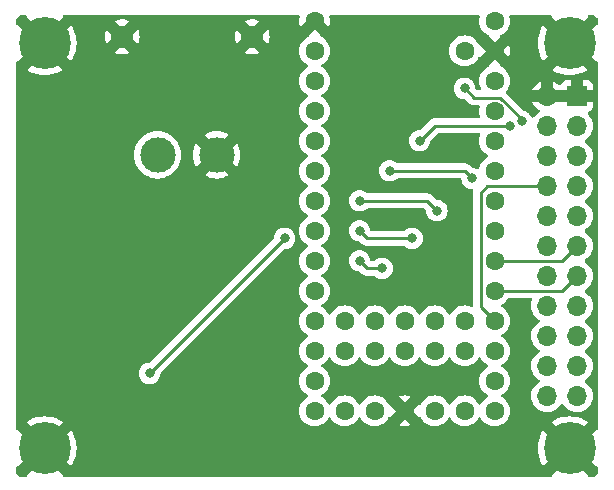
<source format=gbr>
%TF.GenerationSoftware,KiCad,Pcbnew,7.0.6-0*%
%TF.CreationDate,2024-01-30T23:56:51-05:00*%
%TF.ProjectId,Peripherals Board (new),50657269-7068-4657-9261-6c7320426f61,rev?*%
%TF.SameCoordinates,Original*%
%TF.FileFunction,Copper,L2,Bot*%
%TF.FilePolarity,Positive*%
%FSLAX46Y46*%
G04 Gerber Fmt 4.6, Leading zero omitted, Abs format (unit mm)*
G04 Created by KiCad (PCBNEW 7.0.6-0) date 2024-01-30 23:56:51*
%MOMM*%
%LPD*%
G01*
G04 APERTURE LIST*
%TA.AperFunction,ComponentPad*%
%ADD10C,1.600000*%
%TD*%
%TA.AperFunction,ComponentPad*%
%ADD11R,1.700000X1.700000*%
%TD*%
%TA.AperFunction,ComponentPad*%
%ADD12O,1.700000X1.700000*%
%TD*%
%TA.AperFunction,ComponentPad*%
%ADD13C,4.400000*%
%TD*%
%TA.AperFunction,ComponentPad*%
%ADD14C,3.000000*%
%TD*%
%TA.AperFunction,ComponentPad*%
%ADD15C,1.950000*%
%TD*%
%TA.AperFunction,ViaPad*%
%ADD16C,0.800000*%
%TD*%
%TA.AperFunction,Conductor*%
%ADD17C,0.250000*%
%TD*%
G04 APERTURE END LIST*
D10*
%TO.P,U1,44,33_MCLK2*%
%TO.N,unconnected-(U1-33_MCLK2-Pad44)*%
X198755000Y-72390000D03*
%TO.P,U1,43,32_OUT1B*%
%TO.N,unconnected-(U1-32_OUT1B-Pad43)*%
X198755000Y-74930000D03*
%TO.P,U1,42,31_CTX3*%
%TO.N,unconnected-(U1-31_CTX3-Pad42)*%
X201295000Y-72390000D03*
%TO.P,U1,41,30_CRX3*%
%TO.N,unconnected-(U1-30_CRX3-Pad41)*%
X201295000Y-74930000D03*
%TO.P,U1,40,29_TX7*%
%TO.N,unconnected-(U1-29_TX7-Pad40)*%
X203835000Y-72390000D03*
%TO.P,U1,39,28_RX7*%
%TO.N,unconnected-(U1-28_RX7-Pad39)*%
X203835000Y-74930000D03*
%TO.P,U1,38,27_A13_SCK1*%
%TO.N,unconnected-(U1-27_A13_SCK1-Pad38)*%
X206375000Y-72390000D03*
%TO.P,U1,37,26_A12_MOSI1*%
%TO.N,unconnected-(U1-26_A12_MOSI1-Pad37)*%
X206375000Y-74930000D03*
%TO.P,U1,36,25_A11_RX6_SDA2*%
%TO.N,unconnected-(U1-25_A11_RX6_SDA2-Pad36)*%
X208915000Y-72390000D03*
%TO.P,U1,35,24_A10_TX6_SCL2*%
%TO.N,unconnected-(U1-24_A10_TX6_SCL2-Pad35)*%
X208915000Y-74930000D03*
%TO.P,U1,34,VUSB*%
%TO.N,unconnected-(U1-VUSB-Pad34)*%
X208915000Y-49530000D03*
%TO.P,U1,33,VIN*%
%TO.N,+5V*%
X211455000Y-46990000D03*
%TO.P,U1,32,GND*%
%TO.N,GND*%
X211455000Y-49530000D03*
%TO.P,U1,31,3V3*%
%TO.N,+3.3V*%
X211455000Y-52070000D03*
%TO.P,U1,30,23_A9_CRX1_MCLK1*%
%TO.N,/CAN_RX*%
X211455000Y-54610000D03*
%TO.P,U1,29,22_A8_CTX1*%
%TO.N,/CAN_TX*%
X211455000Y-57150000D03*
%TO.P,U1,28,21_A7_RX5_BCLK1*%
%TO.N,unconnected-(U1-21_A7_RX5_BCLK1-Pad28)*%
X211455000Y-59690000D03*
%TO.P,U1,27,20_A6_TX5_LRCLK1*%
%TO.N,unconnected-(U1-20_A6_TX5_LRCLK1-Pad27)*%
X211455000Y-62230000D03*
%TO.P,U1,26,19_A5_SCL0*%
%TO.N,/SCL0*%
X211455000Y-64770000D03*
%TO.P,U1,25,18_A4_SDA0*%
%TO.N,/SDA0*%
X211455000Y-67310000D03*
%TO.P,U1,24,17_A3_TX4_SDA1*%
%TO.N,/D6*%
X211455000Y-69850000D03*
%TO.P,U1,23,16_A2_RX4_SCL1*%
%TO.N,/D5*%
X211455000Y-72390000D03*
%TO.P,U1,22,15_A1_RX3_SPDIF_IN*%
%TO.N,/RX3*%
X211455000Y-74930000D03*
%TO.P,U1,21,14_A0_TX3_SPDIF_OUT*%
%TO.N,/TX3*%
X211455000Y-77470000D03*
%TO.P,U1,20,13_SCK_CRX1_LED*%
%TO.N,/SCK*%
X211455000Y-80010000D03*
%TO.P,U1,19,ON_OFF*%
%TO.N,unconnected-(U1-ON_OFF-Pad19)*%
X208915000Y-80010000D03*
%TO.P,U1,18,PROGRAM*%
%TO.N,unconnected-(U1-PROGRAM-Pad18)*%
X206375000Y-80010000D03*
%TO.P,U1,17,GND*%
%TO.N,GND*%
X203835000Y-80010000D03*
%TO.P,U1,16,3V3*%
%TO.N,unconnected-(U1-3V3-Pad16)*%
X201295000Y-80010000D03*
%TO.P,U1,15,VBAT*%
%TO.N,unconnected-(U1-VBAT-Pad15)*%
X198755000Y-80010000D03*
%TO.P,U1,14,12_MISO_MQSL*%
%TO.N,/MISO*%
X196215000Y-80010000D03*
%TO.P,U1,13,11_MOSI_CTX1*%
%TO.N,/MOSI*%
X196215000Y-77470000D03*
%TO.P,U1,12,10_CS_MQSR*%
%TO.N,/CS*%
X196215000Y-74930000D03*
%TO.P,U1,11,9_OUT1C*%
%TO.N,unconnected-(U1-9_OUT1C-Pad11)*%
X196215000Y-72390000D03*
%TO.P,U1,10,8_TX2_IN1*%
%TO.N,/TX2*%
X196215000Y-69850000D03*
%TO.P,U1,9,7_RX2_OUT1A*%
%TO.N,/RX2*%
X196215000Y-67310000D03*
%TO.P,U1,8,6_OUT1D*%
%TO.N,/D4*%
X196215000Y-64770000D03*
%TO.P,U1,7,5_IN2*%
%TO.N,/D3*%
X196215000Y-62230000D03*
%TO.P,U1,6,4_BCLK2*%
%TO.N,/D2*%
X196215000Y-59690000D03*
%TO.P,U1,5,3_LRCLK2*%
%TO.N,/D1*%
X196215000Y-57150000D03*
%TO.P,U1,4,2_OUT2*%
%TO.N,/SIGNAL_IN*%
X196215000Y-54610000D03*
%TO.P,U1,3,1_TX1_CTX2_MISO1*%
%TO.N,/TX1*%
X196215000Y-52070000D03*
%TO.P,U1,2,0_RX1_CRX2_CS1*%
%TO.N,/RX1*%
X196215000Y-49530000D03*
%TO.P,U1,1,GND*%
%TO.N,GND*%
X196215000Y-46990000D03*
%TD*%
D11*
%TO.P,J4,1,Pin_1*%
%TO.N,GND*%
X218440000Y-53340000D03*
D12*
%TO.P,J4,2,Pin_2*%
X215900000Y-53340000D03*
%TO.P,J4,3,Pin_3*%
%TO.N,+5V*%
X218440000Y-55880000D03*
%TO.P,J4,4,Pin_4*%
%TO.N,+3.3V*%
X215900000Y-55880000D03*
%TO.P,J4,5,Pin_5*%
%TO.N,/RX1*%
X218440000Y-58420000D03*
%TO.P,J4,6,Pin_6*%
%TO.N,/TX1*%
X215900000Y-58420000D03*
%TO.P,J4,7,Pin_7*%
%TO.N,/D1*%
X218440000Y-60960000D03*
%TO.P,J4,8,Pin_8*%
%TO.N,/D5*%
X215900000Y-60960000D03*
%TO.P,J4,9,Pin_9*%
%TO.N,/D3*%
X218440000Y-63500000D03*
%TO.P,J4,10,Pin_10*%
%TO.N,/D2*%
X215900000Y-63500000D03*
%TO.P,J4,11,Pin_11*%
%TO.N,/SDA0*%
X218440000Y-66040000D03*
%TO.P,J4,12,Pin_12*%
%TO.N,/SCL0*%
X215900000Y-66040000D03*
%TO.P,J4,13,Pin_13*%
%TO.N,/D6*%
X218440000Y-68580000D03*
%TO.P,J4,14,Pin_14*%
%TO.N,/D4*%
X215900000Y-68580000D03*
%TO.P,J4,15,Pin_15*%
%TO.N,/TX2*%
X218440000Y-71120000D03*
%TO.P,J4,16,Pin_16*%
%TO.N,/RX2*%
X215900000Y-71120000D03*
%TO.P,J4,17,Pin_17*%
%TO.N,/TX3*%
X218440000Y-73660000D03*
%TO.P,J4,18,Pin_18*%
%TO.N,/RX3*%
X215900000Y-73660000D03*
%TO.P,J4,19,Pin_19*%
%TO.N,/MISO*%
X218440000Y-76200000D03*
%TO.P,J4,20,Pin_20*%
%TO.N,/SCK*%
X215900000Y-76200000D03*
%TO.P,J4,21,Pin_21*%
%TO.N,/CS*%
X218440000Y-78740000D03*
%TO.P,J4,22,Pin_22*%
%TO.N,/MOSI*%
X215900000Y-78740000D03*
%TD*%
D13*
%TO.P,H1,1,1*%
%TO.N,GND*%
X217805000Y-48895000D03*
%TD*%
%TO.P,H4,1,1*%
%TO.N,GND*%
X173355000Y-83185000D03*
%TD*%
D14*
%TO.P,J3,1,A*%
%TO.N,+5V*%
X182920000Y-58340000D03*
D15*
%TO.P,J3,2,B*%
%TO.N,GND*%
X179920000Y-48340000D03*
D14*
X187920000Y-58340000D03*
D15*
X190920000Y-48340000D03*
%TD*%
D13*
%TO.P,H2,1,1*%
%TO.N,GND*%
X217805000Y-83185000D03*
%TD*%
%TO.P,H3,1,1*%
%TO.N,GND*%
X173355000Y-48895000D03*
%TD*%
D16*
%TO.N,+3.3V*%
X182245000Y-76835000D03*
X193675000Y-65405000D03*
%TO.N,GND*%
X177165000Y-62230000D03*
X177800000Y-81915000D03*
X190385000Y-76950000D03*
X185630673Y-75373844D03*
X184150000Y-63500000D03*
X193040000Y-63500000D03*
X175895000Y-73660000D03*
X181610000Y-81915000D03*
X189135000Y-76930000D03*
%TO.N,/D4*%
X200025000Y-64770000D03*
X204470000Y-65405000D03*
%TO.N,/D3*%
X200025000Y-62230000D03*
X206569799Y-63059799D03*
%TO.N,/D2*%
X209550000Y-60325000D03*
X202565000Y-59690000D03*
%TO.N,/D1*%
X205105000Y-57150000D03*
X212725000Y-55880000D03*
%TO.N,/RX2*%
X201930000Y-67945000D03*
X200025000Y-67310000D03*
%TO.N,/TX1*%
X208915000Y-52705000D03*
X213747168Y-55492832D03*
%TD*%
D17*
%TO.N,+3.3V*%
X182245000Y-76835000D02*
X193675000Y-65405000D01*
%TO.N,/D6*%
X217170000Y-69850000D02*
X218440000Y-68580000D01*
X211455000Y-69850000D02*
X217170000Y-69850000D01*
%TO.N,/D5*%
X210275000Y-61529009D02*
X210844009Y-60960000D01*
X210275000Y-71210000D02*
X210275000Y-61529009D01*
X211455000Y-72390000D02*
X210275000Y-71210000D01*
X210844009Y-60960000D02*
X215900000Y-60960000D01*
%TO.N,/D4*%
X200025000Y-64770000D02*
X200660000Y-65405000D01*
X200660000Y-65405000D02*
X204470000Y-65405000D01*
%TO.N,/D3*%
X200025000Y-62230000D02*
X205740000Y-62230000D01*
X205740000Y-62230000D02*
X206569799Y-63059799D01*
%TO.N,/D2*%
X202565000Y-59690000D02*
X208915000Y-59690000D01*
X208915000Y-59690000D02*
X209550000Y-60325000D01*
%TO.N,/D1*%
X206375000Y-55880000D02*
X205105000Y-57150000D01*
X212725000Y-55880000D02*
X206375000Y-55880000D01*
%TO.N,/RX2*%
X200660000Y-67945000D02*
X201930000Y-67945000D01*
X200025000Y-67310000D02*
X200660000Y-67945000D01*
%TO.N,/TX1*%
X211920991Y-53485000D02*
X213747168Y-55311177D01*
X208915000Y-52705000D02*
X209695000Y-53485000D01*
X213747168Y-55311177D02*
X213747168Y-55492832D01*
X209695000Y-53485000D02*
X211920991Y-53485000D01*
%TO.N,/SDA0*%
X217170000Y-67310000D02*
X218440000Y-66040000D01*
X211455000Y-67310000D02*
X217170000Y-67310000D01*
%TD*%
%TA.AperFunction,Conductor*%
%TO.N,GND*%
G36*
X172310770Y-83546411D02*
G01*
X172398038Y-83737502D01*
X172519894Y-83908624D01*
X172671932Y-84053592D01*
X172848658Y-84167167D01*
X173013818Y-84233287D01*
X171829370Y-85417735D01*
X171834387Y-85459054D01*
X171822926Y-85527977D01*
X171776022Y-85579763D01*
X171711291Y-85598000D01*
X171348341Y-85598000D01*
X171281302Y-85578315D01*
X171271868Y-85571611D01*
X171207569Y-85521236D01*
X171201968Y-85516274D01*
X171023724Y-85338030D01*
X171018762Y-85332429D01*
X170968389Y-85268130D01*
X170942540Y-85203218D01*
X170942000Y-85191658D01*
X170942000Y-84828707D01*
X170961685Y-84761668D01*
X171014489Y-84715913D01*
X171080947Y-84705611D01*
X171122263Y-84710628D01*
X172306028Y-83526864D01*
X172310770Y-83546411D01*
G37*
%TD.AperFunction*%
%TA.AperFunction,Conductor*%
G36*
X194910698Y-46501685D02*
G01*
X194956453Y-46554489D01*
X194966397Y-46623647D01*
X194963434Y-46638094D01*
X194929859Y-46763393D01*
X194929858Y-46763400D01*
X194910034Y-46989997D01*
X194910034Y-46990000D01*
X194929858Y-47216599D01*
X194929860Y-47216610D01*
X194988731Y-47436322D01*
X195011895Y-47485997D01*
X195507893Y-46990000D01*
X195699336Y-46798556D01*
X195671441Y-46877047D01*
X195661123Y-47027886D01*
X195691884Y-47175915D01*
X195761442Y-47310156D01*
X195864638Y-47420652D01*
X195993819Y-47499209D01*
X196139404Y-47540000D01*
X196252622Y-47540000D01*
X196364783Y-47524584D01*
X196503458Y-47464349D01*
X196620739Y-47368934D01*
X196707928Y-47245415D01*
X196758559Y-47102953D01*
X196768877Y-46952114D01*
X196738620Y-46806513D01*
X196863519Y-46931412D01*
X196863521Y-46931416D01*
X197418103Y-47485997D01*
X197441265Y-47436326D01*
X197441269Y-47436317D01*
X197500139Y-47216610D01*
X197500141Y-47216599D01*
X197519966Y-46990000D01*
X197519966Y-46989997D01*
X197500141Y-46763400D01*
X197500140Y-46763393D01*
X197466566Y-46638094D01*
X197468229Y-46568244D01*
X197507391Y-46510381D01*
X197571620Y-46482877D01*
X197586341Y-46482000D01*
X210083141Y-46482000D01*
X210150180Y-46501685D01*
X210195935Y-46554489D01*
X210205879Y-46623647D01*
X210202916Y-46638093D01*
X210169366Y-46763302D01*
X210169364Y-46763313D01*
X210149532Y-46989998D01*
X210149532Y-46990000D01*
X210169364Y-47216686D01*
X210169366Y-47216697D01*
X210228258Y-47436488D01*
X210228261Y-47436497D01*
X210324431Y-47642732D01*
X210324432Y-47642734D01*
X210454954Y-47829141D01*
X210615858Y-47990045D01*
X210615861Y-47990047D01*
X210802266Y-48120568D01*
X210894477Y-48163567D01*
X210946915Y-48209738D01*
X210966067Y-48276932D01*
X210964187Y-48297481D01*
X210959000Y-48326895D01*
X211454998Y-48822892D01*
X211454999Y-48822893D01*
X211455000Y-48822893D01*
X211455000Y-48822892D01*
X211950997Y-48326896D01*
X211945811Y-48297483D01*
X211953554Y-48228044D01*
X211997610Y-48173814D01*
X212015517Y-48163569D01*
X212107734Y-48120568D01*
X212294139Y-47990047D01*
X212455047Y-47829139D01*
X212585568Y-47642734D01*
X212681739Y-47436496D01*
X212740635Y-47216692D01*
X212760468Y-46990000D01*
X212740635Y-46763308D01*
X212707083Y-46638093D01*
X212708747Y-46568243D01*
X212747910Y-46510381D01*
X212812138Y-46482877D01*
X212826859Y-46482000D01*
X216161291Y-46482000D01*
X216228330Y-46501685D01*
X216274085Y-46554489D01*
X216284387Y-46620946D01*
X216279370Y-46662263D01*
X217465387Y-47848280D01*
X217394311Y-47869150D01*
X217207590Y-47965411D01*
X217042460Y-48095271D01*
X216904890Y-48254035D01*
X216799853Y-48435965D01*
X216758458Y-48555564D01*
X215572263Y-47369370D01*
X215409898Y-47637956D01*
X215409897Y-47637958D01*
X215275839Y-47935824D01*
X215275835Y-47935835D01*
X215178667Y-48247658D01*
X215119786Y-48568961D01*
X215100065Y-48895000D01*
X215119786Y-49221038D01*
X215178667Y-49542341D01*
X215275835Y-49854164D01*
X215275839Y-49854175D01*
X215409897Y-50152041D01*
X215409898Y-50152043D01*
X215572263Y-50420628D01*
X216756027Y-49236863D01*
X216760770Y-49256411D01*
X216848038Y-49447502D01*
X216969894Y-49618624D01*
X217121932Y-49763592D01*
X217298658Y-49877167D01*
X217463818Y-49943287D01*
X216279370Y-51127735D01*
X216547956Y-51290101D01*
X216547958Y-51290102D01*
X216845824Y-51424160D01*
X216845835Y-51424164D01*
X217157658Y-51521332D01*
X217478961Y-51580213D01*
X217805000Y-51599934D01*
X218131038Y-51580213D01*
X218452341Y-51521332D01*
X218764164Y-51424164D01*
X218764175Y-51424160D01*
X219062046Y-51290100D01*
X219330629Y-51127736D01*
X218144612Y-49941719D01*
X218215689Y-49920850D01*
X218402410Y-49824589D01*
X218567540Y-49694729D01*
X218705110Y-49535965D01*
X218810147Y-49354035D01*
X218851541Y-49234433D01*
X220037735Y-50420628D01*
X220079054Y-50415612D01*
X220147977Y-50427073D01*
X220199763Y-50473977D01*
X220218000Y-50538708D01*
X220218000Y-81541291D01*
X220198315Y-81608330D01*
X220145511Y-81654085D01*
X220079054Y-81664387D01*
X220037735Y-81659370D01*
X218853971Y-82843134D01*
X218849230Y-82823589D01*
X218761962Y-82632498D01*
X218640106Y-82461376D01*
X218488068Y-82316408D01*
X218311342Y-82202833D01*
X218146181Y-82136712D01*
X219330628Y-80952263D01*
X219062043Y-80789898D01*
X219062041Y-80789897D01*
X218764175Y-80655839D01*
X218764164Y-80655835D01*
X218452341Y-80558667D01*
X218131038Y-80499786D01*
X217804999Y-80480065D01*
X217478961Y-80499786D01*
X217157658Y-80558667D01*
X216845835Y-80655835D01*
X216845824Y-80655839D01*
X216547958Y-80789897D01*
X216547956Y-80789898D01*
X216279370Y-80952263D01*
X217465387Y-82138280D01*
X217394311Y-82159150D01*
X217207590Y-82255411D01*
X217042460Y-82385271D01*
X216904890Y-82544035D01*
X216799853Y-82725965D01*
X216758458Y-82845565D01*
X215572263Y-81659370D01*
X215409898Y-81927956D01*
X215409897Y-81927958D01*
X215275839Y-82225824D01*
X215275835Y-82225835D01*
X215178667Y-82537658D01*
X215119786Y-82858961D01*
X215100065Y-83184999D01*
X215119786Y-83511038D01*
X215178667Y-83832341D01*
X215275835Y-84144164D01*
X215275839Y-84144175D01*
X215409897Y-84442041D01*
X215409898Y-84442043D01*
X215572263Y-84710628D01*
X216756027Y-83526863D01*
X216760770Y-83546411D01*
X216848038Y-83737502D01*
X216969894Y-83908624D01*
X217121932Y-84053592D01*
X217298658Y-84167167D01*
X217463818Y-84233287D01*
X216279370Y-85417735D01*
X216284387Y-85459054D01*
X216272926Y-85527977D01*
X216226022Y-85579763D01*
X216161291Y-85598000D01*
X174998708Y-85598000D01*
X174931669Y-85578315D01*
X174885914Y-85525511D01*
X174875612Y-85459054D01*
X174880628Y-85417735D01*
X173694612Y-84231719D01*
X173765689Y-84210850D01*
X173952410Y-84114589D01*
X174117540Y-83984729D01*
X174255110Y-83825965D01*
X174360147Y-83644035D01*
X174401541Y-83524434D01*
X175587736Y-84710629D01*
X175750100Y-84442046D01*
X175884160Y-84144175D01*
X175884164Y-84144164D01*
X175981332Y-83832341D01*
X176040213Y-83511038D01*
X176059934Y-83185000D01*
X176040213Y-82858961D01*
X175981332Y-82537658D01*
X175884164Y-82225835D01*
X175884160Y-82225824D01*
X175750102Y-81927958D01*
X175750101Y-81927956D01*
X175587735Y-81659370D01*
X174403971Y-82843134D01*
X174399230Y-82823589D01*
X174311962Y-82632498D01*
X174190106Y-82461376D01*
X174038068Y-82316408D01*
X173861342Y-82202833D01*
X173696181Y-82136712D01*
X174880628Y-80952263D01*
X174612043Y-80789898D01*
X174612041Y-80789897D01*
X174314175Y-80655839D01*
X174314164Y-80655835D01*
X174002341Y-80558667D01*
X173681038Y-80499786D01*
X173355000Y-80480065D01*
X173028961Y-80499786D01*
X172707658Y-80558667D01*
X172395835Y-80655835D01*
X172395824Y-80655839D01*
X172097958Y-80789897D01*
X172097956Y-80789898D01*
X171829370Y-80952263D01*
X173015387Y-82138280D01*
X172944311Y-82159150D01*
X172757590Y-82255411D01*
X172592460Y-82385271D01*
X172454890Y-82544035D01*
X172349853Y-82725965D01*
X172308458Y-82845564D01*
X171122263Y-81659370D01*
X171080946Y-81664387D01*
X171012023Y-81652926D01*
X170960237Y-81606023D01*
X170942000Y-81541291D01*
X170942000Y-80010000D01*
X194909532Y-80010000D01*
X194929364Y-80236686D01*
X194929366Y-80236697D01*
X194988258Y-80456488D01*
X194988261Y-80456497D01*
X195084431Y-80662732D01*
X195084432Y-80662734D01*
X195214954Y-80849141D01*
X195375858Y-81010045D01*
X195375861Y-81010047D01*
X195562266Y-81140568D01*
X195768504Y-81236739D01*
X195988308Y-81295635D01*
X196150230Y-81309801D01*
X196214998Y-81315468D01*
X196215000Y-81315468D01*
X196215002Y-81315468D01*
X196271673Y-81310509D01*
X196441692Y-81295635D01*
X196661496Y-81236739D01*
X196867734Y-81140568D01*
X197054139Y-81010047D01*
X197215047Y-80849139D01*
X197345568Y-80662734D01*
X197372618Y-80604724D01*
X197418790Y-80552285D01*
X197485983Y-80533133D01*
X197552865Y-80553348D01*
X197597382Y-80604725D01*
X197624429Y-80662728D01*
X197624432Y-80662734D01*
X197754954Y-80849141D01*
X197915858Y-81010045D01*
X197915861Y-81010047D01*
X198102266Y-81140568D01*
X198308504Y-81236739D01*
X198528308Y-81295635D01*
X198690230Y-81309801D01*
X198754998Y-81315468D01*
X198755000Y-81315468D01*
X198755002Y-81315468D01*
X198811672Y-81310509D01*
X198981692Y-81295635D01*
X199201496Y-81236739D01*
X199407734Y-81140568D01*
X199594139Y-81010047D01*
X199755047Y-80849139D01*
X199885568Y-80662734D01*
X199912618Y-80604724D01*
X199958790Y-80552285D01*
X200025983Y-80533133D01*
X200092865Y-80553348D01*
X200137382Y-80604725D01*
X200164429Y-80662728D01*
X200164432Y-80662734D01*
X200294954Y-80849141D01*
X200455858Y-81010045D01*
X200455861Y-81010047D01*
X200642266Y-81140568D01*
X200848504Y-81236739D01*
X201068308Y-81295635D01*
X201230230Y-81309801D01*
X201294998Y-81315468D01*
X201295000Y-81315468D01*
X201295002Y-81315468D01*
X201351672Y-81310509D01*
X201521692Y-81295635D01*
X201741496Y-81236739D01*
X201792183Y-81213103D01*
X203339001Y-81213103D01*
X203388679Y-81236268D01*
X203608389Y-81295139D01*
X203608400Y-81295141D01*
X203834998Y-81314966D01*
X203835002Y-81314966D01*
X204061599Y-81295141D01*
X204061610Y-81295139D01*
X204281317Y-81236269D01*
X204281326Y-81236265D01*
X204330998Y-81213103D01*
X203831531Y-80713636D01*
X203818348Y-80722444D01*
X203815312Y-80732786D01*
X203798680Y-80753424D01*
X203339001Y-81213103D01*
X201792183Y-81213103D01*
X201947734Y-81140568D01*
X202134139Y-81010047D01*
X202295047Y-80849139D01*
X202425568Y-80662734D01*
X202468567Y-80570520D01*
X202514739Y-80518083D01*
X202581933Y-80498931D01*
X202602483Y-80500811D01*
X202631896Y-80505997D01*
X203090006Y-80047886D01*
X203281123Y-80047886D01*
X203311884Y-80195915D01*
X203381442Y-80330156D01*
X203484638Y-80440652D01*
X203613819Y-80519209D01*
X203759404Y-80560000D01*
X203872622Y-80560000D01*
X203984783Y-80544584D01*
X204123458Y-80484349D01*
X204240739Y-80388934D01*
X204327928Y-80265415D01*
X204378559Y-80122953D01*
X204388877Y-79972114D01*
X204358116Y-79824085D01*
X204288558Y-79689844D01*
X204185362Y-79579348D01*
X204056181Y-79500791D01*
X203910596Y-79460000D01*
X203797378Y-79460000D01*
X203685217Y-79475416D01*
X203546542Y-79535651D01*
X203429261Y-79631066D01*
X203342072Y-79754585D01*
X203291441Y-79897047D01*
X203281123Y-80047886D01*
X203090006Y-80047886D01*
X203127892Y-80010000D01*
X203127893Y-80009999D01*
X203127892Y-80009998D01*
X202631895Y-79514000D01*
X202602481Y-79519187D01*
X202533042Y-79511443D01*
X202478812Y-79467387D01*
X202468567Y-79449477D01*
X202425568Y-79357266D01*
X202295047Y-79170861D01*
X202295045Y-79170858D01*
X202134141Y-79009954D01*
X201947734Y-78879432D01*
X201947732Y-78879431D01*
X201792180Y-78806895D01*
X203339000Y-78806895D01*
X203834998Y-79302892D01*
X203834999Y-79302893D01*
X203835000Y-79302893D01*
X203835000Y-79302892D01*
X204330997Y-78806895D01*
X204281322Y-78783731D01*
X204061610Y-78724860D01*
X204061599Y-78724858D01*
X203835002Y-78705034D01*
X203834998Y-78705034D01*
X203608400Y-78724858D01*
X203608392Y-78724859D01*
X203388672Y-78783733D01*
X203339001Y-78806894D01*
X203339000Y-78806895D01*
X201792180Y-78806895D01*
X201741497Y-78783261D01*
X201741488Y-78783258D01*
X201521697Y-78724366D01*
X201521693Y-78724365D01*
X201521692Y-78724365D01*
X201521691Y-78724364D01*
X201521686Y-78724364D01*
X201295002Y-78704532D01*
X201294998Y-78704532D01*
X201068313Y-78724364D01*
X201068302Y-78724366D01*
X200848511Y-78783258D01*
X200848502Y-78783261D01*
X200642267Y-78879431D01*
X200642265Y-78879432D01*
X200455858Y-79009954D01*
X200294954Y-79170858D01*
X200164432Y-79357265D01*
X200164431Y-79357267D01*
X200137382Y-79415275D01*
X200091209Y-79467714D01*
X200024016Y-79486866D01*
X199957135Y-79466650D01*
X199912618Y-79415275D01*
X199893848Y-79375023D01*
X199885568Y-79357266D01*
X199755047Y-79170861D01*
X199755045Y-79170858D01*
X199594141Y-79009954D01*
X199407734Y-78879432D01*
X199407732Y-78879431D01*
X199201497Y-78783261D01*
X199201488Y-78783258D01*
X198981697Y-78724366D01*
X198981693Y-78724365D01*
X198981692Y-78724365D01*
X198981691Y-78724364D01*
X198981686Y-78724364D01*
X198755002Y-78704532D01*
X198754998Y-78704532D01*
X198528313Y-78724364D01*
X198528302Y-78724366D01*
X198308511Y-78783258D01*
X198308502Y-78783261D01*
X198102267Y-78879431D01*
X198102265Y-78879432D01*
X197915858Y-79009954D01*
X197754954Y-79170858D01*
X197624432Y-79357265D01*
X197624430Y-79357268D01*
X197597380Y-79415277D01*
X197551207Y-79467715D01*
X197484013Y-79486866D01*
X197417132Y-79466649D01*
X197372619Y-79415277D01*
X197345568Y-79357266D01*
X197215047Y-79170861D01*
X197215045Y-79170858D01*
X197054141Y-79009954D01*
X196867734Y-78879432D01*
X196867728Y-78879429D01*
X196809725Y-78852382D01*
X196757285Y-78806210D01*
X196738133Y-78739017D01*
X196758348Y-78672135D01*
X196809725Y-78627618D01*
X196867734Y-78600568D01*
X197054139Y-78470047D01*
X197215047Y-78309139D01*
X197345568Y-78122734D01*
X197441739Y-77916496D01*
X197500635Y-77696692D01*
X197520468Y-77470000D01*
X197500635Y-77243308D01*
X197441739Y-77023504D01*
X197345568Y-76817266D01*
X197226168Y-76646744D01*
X197215045Y-76630858D01*
X197054141Y-76469954D01*
X196867734Y-76339432D01*
X196867728Y-76339429D01*
X196809725Y-76312382D01*
X196757285Y-76266210D01*
X196738133Y-76199017D01*
X196758348Y-76132135D01*
X196809725Y-76087618D01*
X196867734Y-76060568D01*
X197054139Y-75930047D01*
X197215047Y-75769139D01*
X197345568Y-75582734D01*
X197372619Y-75524721D01*
X197418788Y-75472286D01*
X197485981Y-75453133D01*
X197552862Y-75473348D01*
X197597380Y-75524722D01*
X197624432Y-75582734D01*
X197624433Y-75582735D01*
X197754954Y-75769141D01*
X197915858Y-75930045D01*
X197962693Y-75962839D01*
X198102266Y-76060568D01*
X198308504Y-76156739D01*
X198308509Y-76156740D01*
X198308511Y-76156741D01*
X198328556Y-76162112D01*
X198528308Y-76215635D01*
X198690230Y-76229801D01*
X198754998Y-76235468D01*
X198755000Y-76235468D01*
X198755002Y-76235468D01*
X198811672Y-76230509D01*
X198981692Y-76215635D01*
X199201496Y-76156739D01*
X199407734Y-76060568D01*
X199594139Y-75930047D01*
X199755047Y-75769139D01*
X199885568Y-75582734D01*
X199912618Y-75524724D01*
X199958790Y-75472285D01*
X200025983Y-75453133D01*
X200092865Y-75473348D01*
X200137382Y-75524725D01*
X200164429Y-75582728D01*
X200164432Y-75582734D01*
X200294954Y-75769141D01*
X200455858Y-75930045D01*
X200502693Y-75962839D01*
X200642266Y-76060568D01*
X200848504Y-76156739D01*
X200848509Y-76156740D01*
X200848511Y-76156741D01*
X200868556Y-76162112D01*
X201068308Y-76215635D01*
X201230230Y-76229801D01*
X201294998Y-76235468D01*
X201295000Y-76235468D01*
X201295002Y-76235468D01*
X201351672Y-76230509D01*
X201521692Y-76215635D01*
X201741496Y-76156739D01*
X201947734Y-76060568D01*
X202134139Y-75930047D01*
X202295047Y-75769139D01*
X202425568Y-75582734D01*
X202452618Y-75524724D01*
X202498790Y-75472285D01*
X202565983Y-75453133D01*
X202632865Y-75473348D01*
X202677382Y-75524725D01*
X202704429Y-75582728D01*
X202704432Y-75582734D01*
X202834954Y-75769141D01*
X202995858Y-75930045D01*
X203042693Y-75962839D01*
X203182266Y-76060568D01*
X203388504Y-76156739D01*
X203388509Y-76156740D01*
X203388511Y-76156741D01*
X203408556Y-76162112D01*
X203608308Y-76215635D01*
X203770230Y-76229801D01*
X203834998Y-76235468D01*
X203835000Y-76235468D01*
X203835002Y-76235468D01*
X203891672Y-76230509D01*
X204061692Y-76215635D01*
X204281496Y-76156739D01*
X204487734Y-76060568D01*
X204674139Y-75930047D01*
X204835047Y-75769139D01*
X204965568Y-75582734D01*
X204992618Y-75524724D01*
X205038790Y-75472285D01*
X205105983Y-75453133D01*
X205172865Y-75473348D01*
X205217382Y-75524725D01*
X205244429Y-75582728D01*
X205244432Y-75582734D01*
X205374954Y-75769141D01*
X205535858Y-75930045D01*
X205582693Y-75962839D01*
X205722266Y-76060568D01*
X205928504Y-76156739D01*
X205928509Y-76156740D01*
X205928511Y-76156741D01*
X205948556Y-76162112D01*
X206148308Y-76215635D01*
X206310230Y-76229801D01*
X206374998Y-76235468D01*
X206375000Y-76235468D01*
X206375002Y-76235468D01*
X206431673Y-76230509D01*
X206601692Y-76215635D01*
X206821496Y-76156739D01*
X207027734Y-76060568D01*
X207214139Y-75930047D01*
X207375047Y-75769139D01*
X207505568Y-75582734D01*
X207532618Y-75524724D01*
X207578790Y-75472285D01*
X207645983Y-75453133D01*
X207712865Y-75473348D01*
X207757382Y-75524725D01*
X207784429Y-75582728D01*
X207784432Y-75582734D01*
X207914954Y-75769141D01*
X208075858Y-75930045D01*
X208122693Y-75962839D01*
X208262266Y-76060568D01*
X208468504Y-76156739D01*
X208468509Y-76156740D01*
X208468511Y-76156741D01*
X208488556Y-76162112D01*
X208688308Y-76215635D01*
X208850230Y-76229801D01*
X208914998Y-76235468D01*
X208915000Y-76235468D01*
X208915002Y-76235468D01*
X208971673Y-76230509D01*
X209141692Y-76215635D01*
X209361496Y-76156739D01*
X209567734Y-76060568D01*
X209754139Y-75930047D01*
X209915047Y-75769139D01*
X210045568Y-75582734D01*
X210072618Y-75524724D01*
X210118790Y-75472285D01*
X210185983Y-75453133D01*
X210252865Y-75473348D01*
X210297382Y-75524725D01*
X210324429Y-75582728D01*
X210324432Y-75582734D01*
X210454954Y-75769141D01*
X210615858Y-75930045D01*
X210662693Y-75962839D01*
X210802266Y-76060568D01*
X210860275Y-76087618D01*
X210912714Y-76133791D01*
X210931866Y-76200984D01*
X210911650Y-76267865D01*
X210860275Y-76312382D01*
X210802267Y-76339431D01*
X210802265Y-76339432D01*
X210615858Y-76469954D01*
X210454954Y-76630858D01*
X210324432Y-76817265D01*
X210324431Y-76817267D01*
X210228261Y-77023502D01*
X210228258Y-77023511D01*
X210169366Y-77243302D01*
X210169364Y-77243313D01*
X210149532Y-77469998D01*
X210149532Y-77470001D01*
X210169364Y-77696686D01*
X210169366Y-77696697D01*
X210228258Y-77916488D01*
X210228261Y-77916497D01*
X210324431Y-78122732D01*
X210324432Y-78122734D01*
X210454954Y-78309141D01*
X210615858Y-78470045D01*
X210615861Y-78470047D01*
X210802266Y-78600568D01*
X210860275Y-78627618D01*
X210912714Y-78673791D01*
X210931866Y-78740984D01*
X210911650Y-78807865D01*
X210860275Y-78852382D01*
X210802267Y-78879431D01*
X210802265Y-78879432D01*
X210615858Y-79009954D01*
X210454954Y-79170858D01*
X210324432Y-79357265D01*
X210324431Y-79357267D01*
X210297382Y-79415275D01*
X210251209Y-79467714D01*
X210184016Y-79486866D01*
X210117135Y-79466650D01*
X210072618Y-79415275D01*
X210053848Y-79375023D01*
X210045568Y-79357266D01*
X209915047Y-79170861D01*
X209915045Y-79170858D01*
X209754141Y-79009954D01*
X209567734Y-78879432D01*
X209567732Y-78879431D01*
X209361497Y-78783261D01*
X209361488Y-78783258D01*
X209141697Y-78724366D01*
X209141693Y-78724365D01*
X209141692Y-78724365D01*
X209141691Y-78724364D01*
X209141686Y-78724364D01*
X208915002Y-78704532D01*
X208914998Y-78704532D01*
X208688313Y-78724364D01*
X208688302Y-78724366D01*
X208468511Y-78783258D01*
X208468502Y-78783261D01*
X208262267Y-78879431D01*
X208262265Y-78879432D01*
X208075858Y-79009954D01*
X207914954Y-79170858D01*
X207784432Y-79357265D01*
X207784431Y-79357267D01*
X207757382Y-79415275D01*
X207711209Y-79467714D01*
X207644016Y-79486866D01*
X207577135Y-79466650D01*
X207532618Y-79415275D01*
X207513848Y-79375023D01*
X207505568Y-79357266D01*
X207375047Y-79170861D01*
X207375045Y-79170858D01*
X207214141Y-79009954D01*
X207027734Y-78879432D01*
X207027732Y-78879431D01*
X206821497Y-78783261D01*
X206821488Y-78783258D01*
X206601697Y-78724366D01*
X206601693Y-78724365D01*
X206601692Y-78724365D01*
X206601691Y-78724364D01*
X206601686Y-78724364D01*
X206375002Y-78704532D01*
X206374998Y-78704532D01*
X206148313Y-78724364D01*
X206148302Y-78724366D01*
X205928511Y-78783258D01*
X205928502Y-78783261D01*
X205722267Y-78879431D01*
X205722265Y-78879432D01*
X205535858Y-79009954D01*
X205374954Y-79170858D01*
X205244434Y-79357263D01*
X205244432Y-79357266D01*
X205212454Y-79425842D01*
X205201433Y-79449477D01*
X205155260Y-79501916D01*
X205088066Y-79521067D01*
X205067519Y-79519187D01*
X205038104Y-79514000D01*
X204578424Y-79973681D01*
X204550339Y-79989016D01*
X204538636Y-80006531D01*
X205038103Y-80505997D01*
X205067517Y-80500811D01*
X205136956Y-80508555D01*
X205191185Y-80552611D01*
X205201432Y-80570521D01*
X205207353Y-80583219D01*
X205244432Y-80662734D01*
X205300317Y-80742546D01*
X205374954Y-80849141D01*
X205535858Y-81010045D01*
X205535861Y-81010047D01*
X205722266Y-81140568D01*
X205928504Y-81236739D01*
X206148308Y-81295635D01*
X206310230Y-81309801D01*
X206374998Y-81315468D01*
X206375000Y-81315468D01*
X206375002Y-81315468D01*
X206431673Y-81310509D01*
X206601692Y-81295635D01*
X206821496Y-81236739D01*
X207027734Y-81140568D01*
X207214139Y-81010047D01*
X207375047Y-80849139D01*
X207505568Y-80662734D01*
X207532618Y-80604724D01*
X207578790Y-80552285D01*
X207645983Y-80533133D01*
X207712865Y-80553348D01*
X207757382Y-80604725D01*
X207784429Y-80662728D01*
X207784432Y-80662734D01*
X207914954Y-80849141D01*
X208075858Y-81010045D01*
X208075861Y-81010047D01*
X208262266Y-81140568D01*
X208468504Y-81236739D01*
X208688308Y-81295635D01*
X208850230Y-81309801D01*
X208914998Y-81315468D01*
X208915000Y-81315468D01*
X208915002Y-81315468D01*
X208971673Y-81310509D01*
X209141692Y-81295635D01*
X209361496Y-81236739D01*
X209567734Y-81140568D01*
X209754139Y-81010047D01*
X209915047Y-80849139D01*
X210045568Y-80662734D01*
X210072618Y-80604724D01*
X210118790Y-80552285D01*
X210185983Y-80533133D01*
X210252865Y-80553348D01*
X210297382Y-80604725D01*
X210324429Y-80662728D01*
X210324432Y-80662734D01*
X210454954Y-80849141D01*
X210615858Y-81010045D01*
X210615861Y-81010047D01*
X210802266Y-81140568D01*
X211008504Y-81236739D01*
X211228308Y-81295635D01*
X211390230Y-81309801D01*
X211454998Y-81315468D01*
X211455000Y-81315468D01*
X211455002Y-81315468D01*
X211511673Y-81310509D01*
X211681692Y-81295635D01*
X211901496Y-81236739D01*
X212107734Y-81140568D01*
X212294139Y-81010047D01*
X212455047Y-80849139D01*
X212585568Y-80662734D01*
X212681739Y-80456496D01*
X212740635Y-80236692D01*
X212760468Y-80010000D01*
X212757290Y-79973681D01*
X212750586Y-79897047D01*
X212740635Y-79783308D01*
X212681739Y-79563504D01*
X212585568Y-79357266D01*
X212455047Y-79170861D01*
X212455045Y-79170858D01*
X212294141Y-79009954D01*
X212107734Y-78879432D01*
X212107728Y-78879429D01*
X212049725Y-78852382D01*
X211997285Y-78806210D01*
X211978133Y-78739017D01*
X211998348Y-78672135D01*
X212049725Y-78627618D01*
X212107734Y-78600568D01*
X212294139Y-78470047D01*
X212455047Y-78309139D01*
X212585568Y-78122734D01*
X212681739Y-77916496D01*
X212740635Y-77696692D01*
X212760468Y-77470000D01*
X212740635Y-77243308D01*
X212681739Y-77023504D01*
X212585568Y-76817266D01*
X212466168Y-76646744D01*
X212455045Y-76630858D01*
X212294141Y-76469954D01*
X212107734Y-76339432D01*
X212107728Y-76339429D01*
X212049725Y-76312382D01*
X211997285Y-76266210D01*
X211978133Y-76199017D01*
X211998348Y-76132135D01*
X212049725Y-76087618D01*
X212107734Y-76060568D01*
X212294139Y-75930047D01*
X212455047Y-75769139D01*
X212585568Y-75582734D01*
X212681739Y-75376496D01*
X212740635Y-75156692D01*
X212760468Y-74930000D01*
X212740635Y-74703308D01*
X212681739Y-74483504D01*
X212585568Y-74277266D01*
X212455047Y-74090861D01*
X212455045Y-74090858D01*
X212294141Y-73929954D01*
X212107734Y-73799432D01*
X212107728Y-73799429D01*
X212049725Y-73772382D01*
X211997285Y-73726210D01*
X211978133Y-73659017D01*
X211998348Y-73592135D01*
X212049725Y-73547618D01*
X212107734Y-73520568D01*
X212294139Y-73390047D01*
X212455047Y-73229139D01*
X212585568Y-73042734D01*
X212681739Y-72836496D01*
X212740635Y-72616692D01*
X212760468Y-72390000D01*
X212740635Y-72163308D01*
X212681739Y-71943504D01*
X212585568Y-71737266D01*
X212455047Y-71550861D01*
X212455045Y-71550858D01*
X212294141Y-71389954D01*
X212107734Y-71259432D01*
X212107728Y-71259429D01*
X212049725Y-71232382D01*
X211997285Y-71186210D01*
X211978133Y-71119017D01*
X211998348Y-71052135D01*
X212049725Y-71007618D01*
X212107734Y-70980568D01*
X212294139Y-70850047D01*
X212455047Y-70689139D01*
X212533681Y-70576836D01*
X212567613Y-70528377D01*
X212622189Y-70484752D01*
X212669188Y-70475500D01*
X214515782Y-70475500D01*
X214582821Y-70495185D01*
X214628576Y-70547989D01*
X214638520Y-70617147D01*
X214628163Y-70651906D01*
X214626099Y-70656330D01*
X214626094Y-70656344D01*
X214564938Y-70884586D01*
X214564936Y-70884596D01*
X214544341Y-71119999D01*
X214544341Y-71120000D01*
X214564936Y-71355403D01*
X214564938Y-71355413D01*
X214626094Y-71583655D01*
X214626096Y-71583659D01*
X214626097Y-71583663D01*
X214706004Y-71755023D01*
X214725965Y-71797830D01*
X214725967Y-71797834D01*
X214827966Y-71943502D01*
X214861501Y-71991396D01*
X214861506Y-71991402D01*
X215028597Y-72158493D01*
X215028603Y-72158498D01*
X215214158Y-72288425D01*
X215257783Y-72343002D01*
X215264977Y-72412500D01*
X215233454Y-72474855D01*
X215214158Y-72491575D01*
X215028597Y-72621505D01*
X214861505Y-72788597D01*
X214725965Y-72982169D01*
X214725964Y-72982171D01*
X214626098Y-73196335D01*
X214626094Y-73196344D01*
X214564938Y-73424586D01*
X214564936Y-73424596D01*
X214544341Y-73659999D01*
X214544341Y-73660000D01*
X214564936Y-73895403D01*
X214564938Y-73895413D01*
X214626094Y-74123655D01*
X214626096Y-74123659D01*
X214626097Y-74123663D01*
X214697724Y-74277267D01*
X214725965Y-74337830D01*
X214725967Y-74337834D01*
X214827966Y-74483502D01*
X214861501Y-74531396D01*
X214861506Y-74531402D01*
X215028597Y-74698493D01*
X215028603Y-74698498D01*
X215214158Y-74828425D01*
X215257783Y-74883002D01*
X215264977Y-74952500D01*
X215233454Y-75014855D01*
X215214158Y-75031575D01*
X215028597Y-75161505D01*
X214861505Y-75328597D01*
X214725965Y-75522169D01*
X214725964Y-75522171D01*
X214626098Y-75736335D01*
X214626094Y-75736344D01*
X214564938Y-75964586D01*
X214564936Y-75964596D01*
X214544341Y-76199999D01*
X214544341Y-76200000D01*
X214564936Y-76435403D01*
X214564938Y-76435413D01*
X214626094Y-76663655D01*
X214626096Y-76663659D01*
X214626097Y-76663663D01*
X214697724Y-76817267D01*
X214725965Y-76877830D01*
X214725967Y-76877834D01*
X214827793Y-77023256D01*
X214861501Y-77071396D01*
X214861506Y-77071402D01*
X215028597Y-77238493D01*
X215028603Y-77238498D01*
X215214158Y-77368425D01*
X215257783Y-77423002D01*
X215264977Y-77492500D01*
X215233454Y-77554855D01*
X215214158Y-77571575D01*
X215028597Y-77701505D01*
X214861505Y-77868597D01*
X214725965Y-78062169D01*
X214725964Y-78062171D01*
X214626098Y-78276335D01*
X214626094Y-78276344D01*
X214564938Y-78504586D01*
X214564936Y-78504596D01*
X214544341Y-78739999D01*
X214544341Y-78740000D01*
X214564936Y-78975403D01*
X214564938Y-78975413D01*
X214626094Y-79203655D01*
X214626096Y-79203659D01*
X214626097Y-79203663D01*
X214706004Y-79375023D01*
X214725965Y-79417830D01*
X214725967Y-79417834D01*
X214793304Y-79514000D01*
X214861505Y-79611401D01*
X215028599Y-79778495D01*
X215035473Y-79783308D01*
X215222165Y-79914032D01*
X215222167Y-79914033D01*
X215222170Y-79914035D01*
X215436337Y-80013903D01*
X215664592Y-80075063D01*
X215852918Y-80091539D01*
X215899999Y-80095659D01*
X215900000Y-80095659D01*
X215900001Y-80095659D01*
X215939234Y-80092226D01*
X216135408Y-80075063D01*
X216363663Y-80013903D01*
X216577830Y-79914035D01*
X216771401Y-79778495D01*
X216938495Y-79611401D01*
X217068424Y-79425842D01*
X217123002Y-79382217D01*
X217192500Y-79375023D01*
X217254855Y-79406546D01*
X217271575Y-79425842D01*
X217401500Y-79611395D01*
X217401505Y-79611401D01*
X217568599Y-79778495D01*
X217575473Y-79783308D01*
X217762165Y-79914032D01*
X217762167Y-79914033D01*
X217762170Y-79914035D01*
X217976337Y-80013903D01*
X218204592Y-80075063D01*
X218392918Y-80091539D01*
X218439999Y-80095659D01*
X218440000Y-80095659D01*
X218440001Y-80095659D01*
X218479234Y-80092226D01*
X218675408Y-80075063D01*
X218903663Y-80013903D01*
X219117830Y-79914035D01*
X219311401Y-79778495D01*
X219478495Y-79611401D01*
X219614035Y-79417830D01*
X219713903Y-79203663D01*
X219775063Y-78975408D01*
X219795659Y-78740000D01*
X219775063Y-78504592D01*
X219713903Y-78276337D01*
X219614035Y-78062171D01*
X219608425Y-78054158D01*
X219478494Y-77868597D01*
X219311402Y-77701506D01*
X219311401Y-77701505D01*
X219125842Y-77571575D01*
X219125841Y-77571574D01*
X219082216Y-77516997D01*
X219075024Y-77447498D01*
X219106546Y-77385144D01*
X219125836Y-77368428D01*
X219311401Y-77238495D01*
X219478495Y-77071401D01*
X219614035Y-76877830D01*
X219713903Y-76663663D01*
X219775063Y-76435408D01*
X219795659Y-76200000D01*
X219775063Y-75964592D01*
X219713903Y-75736337D01*
X219614035Y-75522171D01*
X219608425Y-75514158D01*
X219478494Y-75328597D01*
X219311402Y-75161506D01*
X219311396Y-75161501D01*
X219125842Y-75031575D01*
X219082217Y-74976998D01*
X219075023Y-74907500D01*
X219106546Y-74845145D01*
X219125842Y-74828425D01*
X219304527Y-74703308D01*
X219311401Y-74698495D01*
X219478495Y-74531401D01*
X219614035Y-74337830D01*
X219713903Y-74123663D01*
X219775063Y-73895408D01*
X219795659Y-73660000D01*
X219775063Y-73424592D01*
X219713903Y-73196337D01*
X219614035Y-72982171D01*
X219608425Y-72974158D01*
X219478494Y-72788597D01*
X219311402Y-72621506D01*
X219311396Y-72621501D01*
X219125842Y-72491575D01*
X219082217Y-72436998D01*
X219075023Y-72367500D01*
X219106546Y-72305145D01*
X219125842Y-72288425D01*
X219304527Y-72163308D01*
X219311401Y-72158495D01*
X219478495Y-71991401D01*
X219614035Y-71797830D01*
X219713903Y-71583663D01*
X219775063Y-71355408D01*
X219795659Y-71120000D01*
X219775063Y-70884592D01*
X219713903Y-70656337D01*
X219614035Y-70442171D01*
X219512034Y-70296497D01*
X219478494Y-70248597D01*
X219311402Y-70081506D01*
X219311396Y-70081501D01*
X219125842Y-69951575D01*
X219082217Y-69896998D01*
X219075023Y-69827500D01*
X219106546Y-69765145D01*
X219125842Y-69748425D01*
X219304527Y-69623308D01*
X219311401Y-69618495D01*
X219478495Y-69451401D01*
X219614035Y-69257830D01*
X219713903Y-69043663D01*
X219775063Y-68815408D01*
X219795659Y-68580000D01*
X219795235Y-68575159D01*
X219781762Y-68421159D01*
X219775063Y-68344592D01*
X219713903Y-68116337D01*
X219614035Y-67902171D01*
X219572055Y-67842216D01*
X219478494Y-67708597D01*
X219311402Y-67541506D01*
X219311396Y-67541501D01*
X219125842Y-67411575D01*
X219082217Y-67356998D01*
X219075023Y-67287500D01*
X219106546Y-67225145D01*
X219125842Y-67208425D01*
X219148026Y-67192891D01*
X219311401Y-67078495D01*
X219478495Y-66911401D01*
X219614035Y-66717830D01*
X219713903Y-66503663D01*
X219775063Y-66275408D01*
X219795659Y-66040000D01*
X219795235Y-66035159D01*
X219781762Y-65881159D01*
X219775063Y-65804592D01*
X219713903Y-65576337D01*
X219614035Y-65362171D01*
X219608425Y-65354158D01*
X219478494Y-65168597D01*
X219311402Y-65001506D01*
X219311396Y-65001501D01*
X219125842Y-64871575D01*
X219082217Y-64816998D01*
X219075023Y-64747500D01*
X219106546Y-64685145D01*
X219125842Y-64668425D01*
X219148026Y-64652891D01*
X219311401Y-64538495D01*
X219478495Y-64371401D01*
X219614035Y-64177830D01*
X219713903Y-63963663D01*
X219775063Y-63735408D01*
X219795659Y-63500000D01*
X219775063Y-63264592D01*
X219720189Y-63059798D01*
X219713905Y-63036344D01*
X219713904Y-63036343D01*
X219713903Y-63036337D01*
X219614035Y-62822171D01*
X219608425Y-62814158D01*
X219478494Y-62628597D01*
X219311402Y-62461506D01*
X219311396Y-62461501D01*
X219125842Y-62331575D01*
X219082217Y-62276998D01*
X219075023Y-62207500D01*
X219106546Y-62145145D01*
X219125842Y-62128425D01*
X219249635Y-62041744D01*
X219311401Y-61998495D01*
X219478495Y-61831401D01*
X219614035Y-61637830D01*
X219713903Y-61423663D01*
X219775063Y-61195408D01*
X219795659Y-60960000D01*
X219775063Y-60724592D01*
X219713903Y-60496337D01*
X219614035Y-60282171D01*
X219613652Y-60281623D01*
X219478494Y-60088597D01*
X219311402Y-59921506D01*
X219311396Y-59921501D01*
X219125842Y-59791575D01*
X219082217Y-59736998D01*
X219075023Y-59667500D01*
X219106546Y-59605145D01*
X219125842Y-59588425D01*
X219193787Y-59540849D01*
X219311401Y-59458495D01*
X219478495Y-59291401D01*
X219614035Y-59097830D01*
X219713903Y-58883663D01*
X219775063Y-58655408D01*
X219795659Y-58420000D01*
X219775063Y-58184592D01*
X219713903Y-57956337D01*
X219614035Y-57742171D01*
X219612599Y-57740119D01*
X219478494Y-57548597D01*
X219311402Y-57381506D01*
X219311396Y-57381501D01*
X219125842Y-57251575D01*
X219082217Y-57196998D01*
X219075023Y-57127500D01*
X219106546Y-57065145D01*
X219125842Y-57048425D01*
X219249635Y-56961744D01*
X219311401Y-56918495D01*
X219478495Y-56751401D01*
X219614035Y-56557830D01*
X219713903Y-56343663D01*
X219775063Y-56115408D01*
X219795659Y-55880000D01*
X219775063Y-55644592D01*
X219713903Y-55416337D01*
X219614035Y-55202171D01*
X219608424Y-55194158D01*
X219478496Y-55008600D01*
X219430512Y-54960616D01*
X219356179Y-54886283D01*
X219322696Y-54824963D01*
X219327680Y-54755271D01*
X219369551Y-54699337D01*
X219400529Y-54682422D01*
X219532086Y-54633354D01*
X219532093Y-54633350D01*
X219647187Y-54547190D01*
X219647190Y-54547187D01*
X219733350Y-54432093D01*
X219733354Y-54432086D01*
X219783596Y-54297379D01*
X219783598Y-54297372D01*
X219789999Y-54237844D01*
X219790000Y-54237827D01*
X219790000Y-53840000D01*
X218475763Y-53840000D01*
X218582315Y-53824680D01*
X218713100Y-53764952D01*
X218821761Y-53670798D01*
X218899493Y-53549844D01*
X218940000Y-53411889D01*
X218940000Y-53268111D01*
X218899493Y-53130156D01*
X218821761Y-53009202D01*
X218713100Y-52915048D01*
X218582315Y-52855320D01*
X218475763Y-52840000D01*
X218404237Y-52840000D01*
X218297685Y-52855320D01*
X218166900Y-52915048D01*
X218058239Y-53009202D01*
X217980507Y-53130156D01*
X217940000Y-53268111D01*
X217940000Y-53411889D01*
X217980507Y-53549844D01*
X218058239Y-53670798D01*
X218166900Y-53764952D01*
X218297685Y-53824680D01*
X218404237Y-53840000D01*
X215935763Y-53840000D01*
X216042315Y-53824680D01*
X216173100Y-53764952D01*
X216281761Y-53670798D01*
X216359493Y-53549844D01*
X216400000Y-53411889D01*
X216400000Y-53268111D01*
X216359493Y-53130156D01*
X216281761Y-53009202D01*
X216173100Y-52915048D01*
X216042315Y-52855320D01*
X215935763Y-52840000D01*
X215864237Y-52840000D01*
X215757685Y-52855320D01*
X215626900Y-52915048D01*
X215518239Y-53009202D01*
X215440507Y-53130156D01*
X215400000Y-53268111D01*
X215400000Y-53411889D01*
X215440507Y-53549844D01*
X215518239Y-53670798D01*
X215626900Y-53764952D01*
X215757685Y-53824680D01*
X215864237Y-53840000D01*
X214643593Y-53840000D01*
X214726398Y-54017576D01*
X214861894Y-54211082D01*
X215028917Y-54378105D01*
X215214595Y-54508119D01*
X215258219Y-54562696D01*
X215265412Y-54632195D01*
X215233890Y-54694549D01*
X215214595Y-54711269D01*
X215028594Y-54841508D01*
X214861508Y-55008594D01*
X214779069Y-55126329D01*
X214724491Y-55169954D01*
X214654993Y-55177146D01*
X214592638Y-55145624D01*
X214570107Y-55117204D01*
X214479704Y-54960620D01*
X214479702Y-54960617D01*
X214372455Y-54841508D01*
X214353039Y-54819944D01*
X214311489Y-54789756D01*
X214199902Y-54708683D01*
X214199897Y-54708680D01*
X214026975Y-54631689D01*
X214026973Y-54631688D01*
X213968030Y-54619159D01*
X213906549Y-54585965D01*
X213906132Y-54585550D01*
X212430065Y-53109483D01*
X212396580Y-53048160D01*
X212401564Y-52978468D01*
X212430064Y-52934121D01*
X212455047Y-52909139D01*
X212503458Y-52840000D01*
X214643594Y-52840000D01*
X215400000Y-52840000D01*
X215400000Y-52083593D01*
X216399999Y-52083593D01*
X216400000Y-52839999D01*
X216400000Y-52840000D01*
X217940000Y-52840000D01*
X217940000Y-51990000D01*
X218940000Y-51990000D01*
X218940000Y-52840000D01*
X219790000Y-52840000D01*
X219790000Y-52442172D01*
X219789999Y-52442155D01*
X219783598Y-52382627D01*
X219783596Y-52382620D01*
X219733354Y-52247913D01*
X219733350Y-52247906D01*
X219647190Y-52132812D01*
X219647187Y-52132809D01*
X219532093Y-52046649D01*
X219532086Y-52046645D01*
X219397379Y-51996403D01*
X219397372Y-51996401D01*
X219337844Y-51990000D01*
X218940000Y-51990000D01*
X217940000Y-51990000D01*
X217542155Y-51990000D01*
X217482627Y-51996401D01*
X217482620Y-51996403D01*
X217347913Y-52046645D01*
X217347906Y-52046649D01*
X217232812Y-52132809D01*
X217232809Y-52132812D01*
X217146649Y-52247906D01*
X217146646Y-52247911D01*
X217097385Y-52379987D01*
X217055513Y-52435920D01*
X216990049Y-52460337D01*
X216921776Y-52445485D01*
X216893522Y-52424334D01*
X216771082Y-52301894D01*
X216577576Y-52166398D01*
X216399999Y-52083593D01*
X215400000Y-52083593D01*
X215399999Y-52083593D01*
X215222422Y-52166399D01*
X215222420Y-52166400D01*
X215028926Y-52301886D01*
X215028920Y-52301891D01*
X214861891Y-52468920D01*
X214861886Y-52468926D01*
X214726402Y-52662417D01*
X214726400Y-52662421D01*
X214643594Y-52839999D01*
X214643594Y-52840000D01*
X212503458Y-52840000D01*
X212585568Y-52722734D01*
X212681739Y-52516496D01*
X212740635Y-52296692D01*
X212760468Y-52070000D01*
X212740635Y-51843308D01*
X212681739Y-51623504D01*
X212585568Y-51417266D01*
X212455047Y-51230861D01*
X212455045Y-51230858D01*
X212294141Y-51069954D01*
X212107735Y-50939433D01*
X212107736Y-50939433D01*
X212107734Y-50939432D01*
X212015521Y-50896432D01*
X211963082Y-50850259D01*
X211943931Y-50783065D01*
X211945811Y-50762517D01*
X211950997Y-50733103D01*
X211451531Y-50233636D01*
X211438350Y-50242443D01*
X211435315Y-50252781D01*
X211418681Y-50273423D01*
X210959000Y-50733104D01*
X210964187Y-50762519D01*
X210956443Y-50831958D01*
X210912386Y-50886187D01*
X210894477Y-50896433D01*
X210802264Y-50939433D01*
X210615858Y-51069954D01*
X210454954Y-51230858D01*
X210324432Y-51417265D01*
X210324431Y-51417267D01*
X210228261Y-51623502D01*
X210228258Y-51623511D01*
X210169366Y-51843302D01*
X210169364Y-51843313D01*
X210149532Y-52069998D01*
X210149532Y-52070001D01*
X210169364Y-52296686D01*
X210169366Y-52296697D01*
X210228258Y-52516488D01*
X210228260Y-52516492D01*
X210228261Y-52516496D01*
X210305948Y-52683095D01*
X210316440Y-52752173D01*
X210287920Y-52815957D01*
X210229444Y-52854196D01*
X210193566Y-52859500D01*
X210005453Y-52859500D01*
X209938414Y-52839815D01*
X209917772Y-52823181D01*
X209853960Y-52759369D01*
X209820475Y-52698046D01*
X209818323Y-52684668D01*
X209800674Y-52516744D01*
X209742179Y-52336716D01*
X209647533Y-52172784D01*
X209520871Y-52032112D01*
X209462909Y-51990000D01*
X209367734Y-51920851D01*
X209367729Y-51920848D01*
X209194807Y-51843857D01*
X209194802Y-51843855D01*
X209049001Y-51812865D01*
X209009646Y-51804500D01*
X208820354Y-51804500D01*
X208787897Y-51811398D01*
X208635197Y-51843855D01*
X208635192Y-51843857D01*
X208462270Y-51920848D01*
X208462265Y-51920851D01*
X208309129Y-52032111D01*
X208182466Y-52172785D01*
X208087821Y-52336715D01*
X208087818Y-52336722D01*
X208029406Y-52516497D01*
X208029326Y-52516744D01*
X208009540Y-52705000D01*
X208029326Y-52893256D01*
X208029327Y-52893259D01*
X208087818Y-53073277D01*
X208087821Y-53073284D01*
X208182467Y-53237216D01*
X208275899Y-53340982D01*
X208309129Y-53377888D01*
X208462265Y-53489148D01*
X208462270Y-53489151D01*
X208635192Y-53566142D01*
X208635197Y-53566144D01*
X208820354Y-53605500D01*
X208879548Y-53605500D01*
X208946587Y-53625185D01*
X208967229Y-53641819D01*
X209194194Y-53868784D01*
X209204019Y-53881048D01*
X209204240Y-53880866D01*
X209209210Y-53886873D01*
X209209213Y-53886876D01*
X209209214Y-53886877D01*
X209259651Y-53934241D01*
X209280530Y-53955120D01*
X209286004Y-53959366D01*
X209290442Y-53963156D01*
X209324418Y-53995062D01*
X209324422Y-53995064D01*
X209341973Y-54004713D01*
X209358231Y-54015392D01*
X209374064Y-54027674D01*
X209396015Y-54037172D01*
X209416837Y-54046183D01*
X209422081Y-54048752D01*
X209462908Y-54071197D01*
X209482312Y-54076179D01*
X209500710Y-54082478D01*
X209519105Y-54090438D01*
X209565129Y-54097726D01*
X209570832Y-54098907D01*
X209615981Y-54110500D01*
X209636016Y-54110500D01*
X209655413Y-54112026D01*
X209675196Y-54115160D01*
X209721583Y-54110775D01*
X209727422Y-54110500D01*
X210080863Y-54110500D01*
X210147902Y-54130185D01*
X210193657Y-54182989D01*
X210203601Y-54252147D01*
X210200638Y-54266593D01*
X210169366Y-54383302D01*
X210169364Y-54383313D01*
X210149532Y-54609998D01*
X210149532Y-54610001D01*
X210169364Y-54836686D01*
X210169366Y-54836697D01*
X210228258Y-55056488D01*
X210228260Y-55056492D01*
X210228261Y-55056496D01*
X210238333Y-55078095D01*
X210248825Y-55147173D01*
X210220305Y-55210957D01*
X210161829Y-55249196D01*
X210125951Y-55254500D01*
X206457737Y-55254500D01*
X206442120Y-55252776D01*
X206442093Y-55253062D01*
X206434331Y-55252327D01*
X206365203Y-55254500D01*
X206335650Y-55254500D01*
X206334929Y-55254590D01*
X206328757Y-55255369D01*
X206322945Y-55255826D01*
X206276373Y-55257290D01*
X206276372Y-55257290D01*
X206257129Y-55262881D01*
X206238079Y-55266825D01*
X206218211Y-55269334D01*
X206218209Y-55269335D01*
X206174884Y-55286488D01*
X206169357Y-55288380D01*
X206124610Y-55301381D01*
X206124609Y-55301382D01*
X206107367Y-55311579D01*
X206089899Y-55320137D01*
X206071269Y-55327513D01*
X206071267Y-55327514D01*
X206033576Y-55354898D01*
X206028694Y-55358105D01*
X205988579Y-55381830D01*
X205974408Y-55396000D01*
X205959623Y-55408628D01*
X205943412Y-55420407D01*
X205913709Y-55456310D01*
X205909777Y-55460631D01*
X205157228Y-56213181D01*
X205095905Y-56246666D01*
X205069547Y-56249500D01*
X205010354Y-56249500D01*
X204977897Y-56256398D01*
X204825197Y-56288855D01*
X204825192Y-56288857D01*
X204652270Y-56365848D01*
X204652265Y-56365851D01*
X204499129Y-56477111D01*
X204372466Y-56617785D01*
X204277821Y-56781715D01*
X204277818Y-56781722D01*
X204231813Y-56923313D01*
X204219326Y-56961744D01*
X204199540Y-57150000D01*
X204219326Y-57338256D01*
X204219327Y-57338259D01*
X204277818Y-57518277D01*
X204277821Y-57518284D01*
X204372467Y-57682216D01*
X204480982Y-57802734D01*
X204499129Y-57822888D01*
X204652265Y-57934148D01*
X204652270Y-57934151D01*
X204825192Y-58011142D01*
X204825197Y-58011144D01*
X205010354Y-58050500D01*
X205010355Y-58050500D01*
X205199644Y-58050500D01*
X205199646Y-58050500D01*
X205384803Y-58011144D01*
X205557730Y-57934151D01*
X205710871Y-57822888D01*
X205837533Y-57682216D01*
X205932179Y-57518284D01*
X205990674Y-57338256D01*
X206008321Y-57170344D01*
X206034904Y-57105734D01*
X206043950Y-57095639D01*
X206597771Y-56541819D01*
X206659095Y-56508334D01*
X206685453Y-56505500D01*
X210125951Y-56505500D01*
X210192990Y-56525185D01*
X210238745Y-56577989D01*
X210248689Y-56647147D01*
X210238333Y-56681905D01*
X210228262Y-56703502D01*
X210228258Y-56703511D01*
X210169366Y-56923302D01*
X210169364Y-56923313D01*
X210149532Y-57149998D01*
X210149532Y-57150001D01*
X210169364Y-57376686D01*
X210169366Y-57376697D01*
X210228258Y-57596488D01*
X210228261Y-57596497D01*
X210324431Y-57802732D01*
X210324432Y-57802734D01*
X210454954Y-57989141D01*
X210615858Y-58150045D01*
X210615861Y-58150047D01*
X210802266Y-58280568D01*
X210860275Y-58307618D01*
X210912714Y-58353791D01*
X210931866Y-58420984D01*
X210911650Y-58487865D01*
X210860275Y-58532382D01*
X210802267Y-58559431D01*
X210802265Y-58559432D01*
X210615858Y-58689954D01*
X210454954Y-58850858D01*
X210324432Y-59037265D01*
X210324431Y-59037267D01*
X210228261Y-59243502D01*
X210228259Y-59243508D01*
X210170618Y-59458630D01*
X210134253Y-59518290D01*
X210071406Y-59548819D01*
X210002030Y-59540524D01*
X210000440Y-59539829D01*
X209914891Y-59501740D01*
X209829806Y-59463857D01*
X209829802Y-59463855D01*
X209684001Y-59432865D01*
X209644646Y-59424500D01*
X209644645Y-59424500D01*
X209585453Y-59424500D01*
X209518414Y-59404815D01*
X209497772Y-59388181D01*
X209415803Y-59306212D01*
X209405980Y-59293950D01*
X209405759Y-59294134D01*
X209400786Y-59288123D01*
X209386900Y-59275083D01*
X209350364Y-59240773D01*
X209339919Y-59230328D01*
X209329475Y-59219883D01*
X209323986Y-59215625D01*
X209319561Y-59211847D01*
X209285582Y-59179938D01*
X209285580Y-59179936D01*
X209285577Y-59179935D01*
X209268029Y-59170288D01*
X209251763Y-59159604D01*
X209235933Y-59147325D01*
X209193168Y-59128818D01*
X209187922Y-59126248D01*
X209147093Y-59103803D01*
X209147092Y-59103802D01*
X209127693Y-59098822D01*
X209109281Y-59092518D01*
X209090898Y-59084562D01*
X209090892Y-59084560D01*
X209044874Y-59077272D01*
X209039152Y-59076087D01*
X208994021Y-59064500D01*
X208994019Y-59064500D01*
X208973984Y-59064500D01*
X208954586Y-59062973D01*
X208947162Y-59061797D01*
X208934805Y-59059840D01*
X208934804Y-59059840D01*
X208888416Y-59064225D01*
X208882578Y-59064500D01*
X203268748Y-59064500D01*
X203201709Y-59044815D01*
X203176600Y-59023474D01*
X203170873Y-59017114D01*
X203170869Y-59017110D01*
X203017734Y-58905851D01*
X203017729Y-58905848D01*
X202844807Y-58828857D01*
X202844802Y-58828855D01*
X202699000Y-58797865D01*
X202659646Y-58789500D01*
X202470354Y-58789500D01*
X202437897Y-58796398D01*
X202285197Y-58828855D01*
X202285192Y-58828857D01*
X202112270Y-58905848D01*
X202112265Y-58905851D01*
X201959129Y-59017111D01*
X201832466Y-59157785D01*
X201737821Y-59321715D01*
X201737818Y-59321722D01*
X201691636Y-59463857D01*
X201679326Y-59501744D01*
X201659540Y-59690000D01*
X201679326Y-59878256D01*
X201679327Y-59878259D01*
X201737818Y-60058277D01*
X201737821Y-60058284D01*
X201832467Y-60222216D01*
X201940982Y-60342734D01*
X201959129Y-60362888D01*
X202112265Y-60474148D01*
X202112270Y-60474151D01*
X202285192Y-60551142D01*
X202285197Y-60551144D01*
X202470354Y-60590500D01*
X202470355Y-60590500D01*
X202659644Y-60590500D01*
X202659646Y-60590500D01*
X202844803Y-60551144D01*
X203017730Y-60474151D01*
X203170871Y-60362888D01*
X203173788Y-60359647D01*
X203176600Y-60356526D01*
X203236087Y-60319879D01*
X203268748Y-60315500D01*
X208531891Y-60315500D01*
X208598930Y-60335185D01*
X208644685Y-60387989D01*
X208655211Y-60426536D01*
X208664326Y-60513256D01*
X208664327Y-60513259D01*
X208722818Y-60693277D01*
X208722821Y-60693284D01*
X208817467Y-60857216D01*
X208944128Y-60997888D01*
X208944129Y-60997888D01*
X209097265Y-61109148D01*
X209097270Y-61109151D01*
X209270192Y-61186142D01*
X209270197Y-61186144D01*
X209455354Y-61225500D01*
X209455355Y-61225500D01*
X209544588Y-61225500D01*
X209611627Y-61245185D01*
X209657382Y-61297989D01*
X209667326Y-61367147D01*
X209667061Y-61368903D01*
X209662271Y-61399137D01*
X209661086Y-61404855D01*
X209649501Y-61449980D01*
X209649500Y-61449991D01*
X209649500Y-61470025D01*
X209647973Y-61489424D01*
X209644840Y-61509203D01*
X209644840Y-61509204D01*
X209649225Y-61555592D01*
X209649500Y-61561430D01*
X209649500Y-71102919D01*
X209629815Y-71169958D01*
X209577011Y-71215713D01*
X209507853Y-71225657D01*
X209473095Y-71215301D01*
X209361496Y-71163261D01*
X209361492Y-71163260D01*
X209361488Y-71163258D01*
X209141697Y-71104366D01*
X209141693Y-71104365D01*
X209141692Y-71104365D01*
X209141691Y-71104364D01*
X209141686Y-71104364D01*
X208915002Y-71084532D01*
X208914998Y-71084532D01*
X208688313Y-71104364D01*
X208688302Y-71104366D01*
X208468511Y-71163258D01*
X208468502Y-71163261D01*
X208262267Y-71259431D01*
X208262265Y-71259432D01*
X208075858Y-71389954D01*
X207914954Y-71550858D01*
X207784432Y-71737265D01*
X207784431Y-71737267D01*
X207757382Y-71795275D01*
X207711209Y-71847714D01*
X207644016Y-71866866D01*
X207577135Y-71846650D01*
X207532618Y-71795275D01*
X207513848Y-71755023D01*
X207505568Y-71737266D01*
X207375047Y-71550861D01*
X207375045Y-71550858D01*
X207214141Y-71389954D01*
X207027734Y-71259432D01*
X207027732Y-71259431D01*
X206821497Y-71163261D01*
X206821488Y-71163258D01*
X206601697Y-71104366D01*
X206601693Y-71104365D01*
X206601692Y-71104365D01*
X206601691Y-71104364D01*
X206601686Y-71104364D01*
X206375002Y-71084532D01*
X206374998Y-71084532D01*
X206148313Y-71104364D01*
X206148302Y-71104366D01*
X205928511Y-71163258D01*
X205928502Y-71163261D01*
X205722267Y-71259431D01*
X205722265Y-71259432D01*
X205535858Y-71389954D01*
X205374954Y-71550858D01*
X205244432Y-71737265D01*
X205244431Y-71737267D01*
X205217382Y-71795275D01*
X205171209Y-71847714D01*
X205104016Y-71866866D01*
X205037135Y-71846650D01*
X204992618Y-71795275D01*
X204973848Y-71755023D01*
X204965568Y-71737266D01*
X204835047Y-71550861D01*
X204835045Y-71550858D01*
X204674141Y-71389954D01*
X204487734Y-71259432D01*
X204487732Y-71259431D01*
X204281497Y-71163261D01*
X204281488Y-71163258D01*
X204061697Y-71104366D01*
X204061693Y-71104365D01*
X204061692Y-71104365D01*
X204061691Y-71104364D01*
X204061686Y-71104364D01*
X203835002Y-71084532D01*
X203834998Y-71084532D01*
X203608313Y-71104364D01*
X203608302Y-71104366D01*
X203388511Y-71163258D01*
X203388502Y-71163261D01*
X203182267Y-71259431D01*
X203182265Y-71259432D01*
X202995858Y-71389954D01*
X202834954Y-71550858D01*
X202704432Y-71737265D01*
X202704431Y-71737267D01*
X202677382Y-71795275D01*
X202631209Y-71847714D01*
X202564016Y-71866866D01*
X202497135Y-71846650D01*
X202452618Y-71795275D01*
X202433848Y-71755023D01*
X202425568Y-71737266D01*
X202295047Y-71550861D01*
X202295045Y-71550858D01*
X202134141Y-71389954D01*
X201947734Y-71259432D01*
X201947732Y-71259431D01*
X201741497Y-71163261D01*
X201741488Y-71163258D01*
X201521697Y-71104366D01*
X201521693Y-71104365D01*
X201521692Y-71104365D01*
X201521691Y-71104364D01*
X201521686Y-71104364D01*
X201295002Y-71084532D01*
X201294998Y-71084532D01*
X201068313Y-71104364D01*
X201068302Y-71104366D01*
X200848511Y-71163258D01*
X200848502Y-71163261D01*
X200642267Y-71259431D01*
X200642265Y-71259432D01*
X200455858Y-71389954D01*
X200294954Y-71550858D01*
X200164432Y-71737265D01*
X200164431Y-71737267D01*
X200137382Y-71795275D01*
X200091209Y-71847714D01*
X200024016Y-71866866D01*
X199957135Y-71846650D01*
X199912618Y-71795275D01*
X199893848Y-71755023D01*
X199885568Y-71737266D01*
X199755047Y-71550861D01*
X199755045Y-71550858D01*
X199594141Y-71389954D01*
X199407734Y-71259432D01*
X199407732Y-71259431D01*
X199201497Y-71163261D01*
X199201488Y-71163258D01*
X198981697Y-71104366D01*
X198981693Y-71104365D01*
X198981692Y-71104365D01*
X198981691Y-71104364D01*
X198981686Y-71104364D01*
X198755002Y-71084532D01*
X198754998Y-71084532D01*
X198528313Y-71104364D01*
X198528302Y-71104366D01*
X198308511Y-71163258D01*
X198308502Y-71163261D01*
X198102267Y-71259431D01*
X198102265Y-71259432D01*
X197915858Y-71389954D01*
X197754954Y-71550858D01*
X197624432Y-71737265D01*
X197624430Y-71737268D01*
X197597380Y-71795277D01*
X197551207Y-71847715D01*
X197484013Y-71866866D01*
X197417132Y-71846649D01*
X197372619Y-71795277D01*
X197345568Y-71737266D01*
X197215047Y-71550861D01*
X197215045Y-71550858D01*
X197054141Y-71389954D01*
X196867734Y-71259432D01*
X196867728Y-71259429D01*
X196809725Y-71232382D01*
X196757285Y-71186210D01*
X196738133Y-71119017D01*
X196758348Y-71052135D01*
X196809725Y-71007618D01*
X196867734Y-70980568D01*
X197054139Y-70850047D01*
X197215047Y-70689139D01*
X197345568Y-70502734D01*
X197441739Y-70296496D01*
X197500635Y-70076692D01*
X197520468Y-69850000D01*
X197500635Y-69623308D01*
X197441739Y-69403504D01*
X197345568Y-69197266D01*
X197215047Y-69010861D01*
X197215045Y-69010858D01*
X197054141Y-68849954D01*
X196867734Y-68719432D01*
X196867728Y-68719429D01*
X196809725Y-68692382D01*
X196757285Y-68646210D01*
X196738133Y-68579017D01*
X196758348Y-68512135D01*
X196809725Y-68467618D01*
X196815955Y-68464713D01*
X196867734Y-68440568D01*
X197054139Y-68310047D01*
X197215047Y-68149139D01*
X197345568Y-67962734D01*
X197441739Y-67756496D01*
X197500635Y-67536692D01*
X197520468Y-67310000D01*
X199119540Y-67310000D01*
X199139326Y-67498256D01*
X199139327Y-67498259D01*
X199197818Y-67678277D01*
X199197821Y-67678284D01*
X199292467Y-67842216D01*
X199400982Y-67962734D01*
X199419129Y-67982888D01*
X199572265Y-68094148D01*
X199572270Y-68094151D01*
X199745192Y-68171142D01*
X199745197Y-68171144D01*
X199930354Y-68210500D01*
X199989548Y-68210500D01*
X200056587Y-68230185D01*
X200077229Y-68246819D01*
X200159194Y-68328784D01*
X200169019Y-68341048D01*
X200169240Y-68340866D01*
X200174210Y-68346873D01*
X200174213Y-68346876D01*
X200174214Y-68346877D01*
X200224651Y-68394241D01*
X200245530Y-68415120D01*
X200251004Y-68419366D01*
X200255442Y-68423156D01*
X200289418Y-68455062D01*
X200289422Y-68455064D01*
X200306973Y-68464713D01*
X200323231Y-68475392D01*
X200339064Y-68487674D01*
X200361015Y-68497172D01*
X200381837Y-68506183D01*
X200387081Y-68508752D01*
X200427908Y-68531197D01*
X200447312Y-68536179D01*
X200465710Y-68542478D01*
X200484105Y-68550438D01*
X200530129Y-68557726D01*
X200535832Y-68558907D01*
X200580981Y-68570500D01*
X200601016Y-68570500D01*
X200620413Y-68572026D01*
X200640196Y-68575160D01*
X200686583Y-68570775D01*
X200692422Y-68570500D01*
X201226252Y-68570500D01*
X201293291Y-68590185D01*
X201318400Y-68611526D01*
X201324126Y-68617885D01*
X201324130Y-68617889D01*
X201477265Y-68729148D01*
X201477270Y-68729151D01*
X201650192Y-68806142D01*
X201650197Y-68806144D01*
X201835354Y-68845500D01*
X201835355Y-68845500D01*
X202024644Y-68845500D01*
X202024646Y-68845500D01*
X202209803Y-68806144D01*
X202382730Y-68729151D01*
X202535871Y-68617888D01*
X202662533Y-68477216D01*
X202757179Y-68313284D01*
X202815674Y-68133256D01*
X202835460Y-67945000D01*
X202815674Y-67756744D01*
X202757179Y-67576716D01*
X202662533Y-67412784D01*
X202535871Y-67272112D01*
X202535870Y-67272111D01*
X202382734Y-67160851D01*
X202382729Y-67160848D01*
X202209807Y-67083857D01*
X202209802Y-67083855D01*
X202064000Y-67052865D01*
X202024646Y-67044500D01*
X201835354Y-67044500D01*
X201802897Y-67051398D01*
X201650197Y-67083855D01*
X201650192Y-67083857D01*
X201477270Y-67160848D01*
X201477265Y-67160851D01*
X201324130Y-67272110D01*
X201324126Y-67272114D01*
X201318400Y-67278474D01*
X201258913Y-67315121D01*
X201226252Y-67319500D01*
X201043109Y-67319500D01*
X200976070Y-67299815D01*
X200930315Y-67247011D01*
X200919788Y-67208462D01*
X200919784Y-67208425D01*
X200910674Y-67121744D01*
X200852179Y-66941716D01*
X200757533Y-66777784D01*
X200630871Y-66637112D01*
X200623316Y-66631623D01*
X200477734Y-66525851D01*
X200477729Y-66525848D01*
X200304807Y-66448857D01*
X200304802Y-66448855D01*
X200159001Y-66417865D01*
X200119646Y-66409500D01*
X199930354Y-66409500D01*
X199897897Y-66416398D01*
X199745197Y-66448855D01*
X199745192Y-66448857D01*
X199572270Y-66525848D01*
X199572265Y-66525851D01*
X199419129Y-66637111D01*
X199292466Y-66777785D01*
X199197821Y-66941715D01*
X199197818Y-66941722D01*
X199151636Y-67083857D01*
X199139326Y-67121744D01*
X199119540Y-67310000D01*
X197520468Y-67310000D01*
X197500635Y-67083308D01*
X197441739Y-66863504D01*
X197345568Y-66657266D01*
X197215047Y-66470861D01*
X197215045Y-66470858D01*
X197054141Y-66309954D01*
X196867734Y-66179432D01*
X196867728Y-66179429D01*
X196809725Y-66152382D01*
X196757285Y-66106210D01*
X196738133Y-66039017D01*
X196758348Y-65972135D01*
X196809725Y-65927618D01*
X196815955Y-65924713D01*
X196867734Y-65900568D01*
X197054139Y-65770047D01*
X197215047Y-65609139D01*
X197345568Y-65422734D01*
X197441739Y-65216496D01*
X197500635Y-64996692D01*
X197520468Y-64770000D01*
X199119540Y-64770000D01*
X199139326Y-64958256D01*
X199139327Y-64958259D01*
X199197818Y-65138277D01*
X199197821Y-65138284D01*
X199292467Y-65302216D01*
X199400982Y-65422734D01*
X199419129Y-65442888D01*
X199572265Y-65554148D01*
X199572270Y-65554151D01*
X199745192Y-65631142D01*
X199745197Y-65631144D01*
X199930354Y-65670500D01*
X199989548Y-65670500D01*
X200056587Y-65690185D01*
X200077229Y-65706819D01*
X200159194Y-65788784D01*
X200169019Y-65801048D01*
X200169240Y-65800866D01*
X200174210Y-65806873D01*
X200174213Y-65806876D01*
X200174214Y-65806877D01*
X200224651Y-65854241D01*
X200245530Y-65875120D01*
X200251004Y-65879366D01*
X200255442Y-65883156D01*
X200289418Y-65915062D01*
X200289422Y-65915064D01*
X200306973Y-65924713D01*
X200323231Y-65935392D01*
X200339064Y-65947674D01*
X200361015Y-65957172D01*
X200381837Y-65966183D01*
X200387081Y-65968752D01*
X200427908Y-65991197D01*
X200447312Y-65996179D01*
X200465710Y-66002478D01*
X200484105Y-66010438D01*
X200530129Y-66017726D01*
X200535832Y-66018907D01*
X200580981Y-66030500D01*
X200601016Y-66030500D01*
X200620413Y-66032026D01*
X200640196Y-66035160D01*
X200686583Y-66030775D01*
X200692422Y-66030500D01*
X203766252Y-66030500D01*
X203833291Y-66050185D01*
X203858400Y-66071526D01*
X203864126Y-66077885D01*
X203864130Y-66077889D01*
X204017265Y-66189148D01*
X204017270Y-66189151D01*
X204190192Y-66266142D01*
X204190197Y-66266144D01*
X204375354Y-66305500D01*
X204375355Y-66305500D01*
X204564644Y-66305500D01*
X204564646Y-66305500D01*
X204749803Y-66266144D01*
X204922730Y-66189151D01*
X205075871Y-66077888D01*
X205202533Y-65937216D01*
X205297179Y-65773284D01*
X205355674Y-65593256D01*
X205375460Y-65405000D01*
X205355674Y-65216744D01*
X205297179Y-65036716D01*
X205202533Y-64872784D01*
X205075871Y-64732112D01*
X205075870Y-64732111D01*
X204922734Y-64620851D01*
X204922729Y-64620848D01*
X204749807Y-64543857D01*
X204749802Y-64543855D01*
X204604000Y-64512865D01*
X204564646Y-64504500D01*
X204375354Y-64504500D01*
X204342897Y-64511398D01*
X204190197Y-64543855D01*
X204190192Y-64543857D01*
X204017270Y-64620848D01*
X204017265Y-64620851D01*
X203864130Y-64732110D01*
X203864126Y-64732114D01*
X203858400Y-64738474D01*
X203798913Y-64775121D01*
X203766252Y-64779500D01*
X201043109Y-64779500D01*
X200976070Y-64759815D01*
X200930315Y-64707011D01*
X200919788Y-64668462D01*
X200919784Y-64668425D01*
X200910674Y-64581744D01*
X200852179Y-64401716D01*
X200757533Y-64237784D01*
X200630871Y-64097112D01*
X200630870Y-64097111D01*
X200477734Y-63985851D01*
X200477729Y-63985848D01*
X200304807Y-63908857D01*
X200304802Y-63908855D01*
X200159001Y-63877865D01*
X200119646Y-63869500D01*
X199930354Y-63869500D01*
X199897897Y-63876398D01*
X199745197Y-63908855D01*
X199745192Y-63908857D01*
X199572270Y-63985848D01*
X199572265Y-63985851D01*
X199419129Y-64097111D01*
X199292466Y-64237785D01*
X199197821Y-64401715D01*
X199197818Y-64401722D01*
X199151636Y-64543857D01*
X199139326Y-64581744D01*
X199119540Y-64770000D01*
X197520468Y-64770000D01*
X197500635Y-64543308D01*
X197441739Y-64323504D01*
X197345568Y-64117266D01*
X197215047Y-63930861D01*
X197215045Y-63930858D01*
X197054141Y-63769954D01*
X196867734Y-63639432D01*
X196867728Y-63639429D01*
X196809725Y-63612382D01*
X196757285Y-63566210D01*
X196738133Y-63499017D01*
X196758348Y-63432135D01*
X196809725Y-63387618D01*
X196867734Y-63360568D01*
X197054139Y-63230047D01*
X197215047Y-63069139D01*
X197345568Y-62882734D01*
X197441739Y-62676496D01*
X197500635Y-62456692D01*
X197520468Y-62230000D01*
X199119540Y-62230000D01*
X199139326Y-62418256D01*
X199139327Y-62418259D01*
X199197818Y-62598277D01*
X199197821Y-62598284D01*
X199292467Y-62762216D01*
X199400982Y-62882734D01*
X199419129Y-62902888D01*
X199572265Y-63014148D01*
X199572270Y-63014151D01*
X199745192Y-63091142D01*
X199745197Y-63091144D01*
X199930354Y-63130500D01*
X199930355Y-63130500D01*
X200119644Y-63130500D01*
X200119646Y-63130500D01*
X200304803Y-63091144D01*
X200477730Y-63014151D01*
X200630871Y-62902888D01*
X200633788Y-62899647D01*
X200636600Y-62896526D01*
X200696087Y-62859879D01*
X200728748Y-62855500D01*
X205429548Y-62855500D01*
X205496587Y-62875185D01*
X205517223Y-62891814D01*
X205630838Y-63005429D01*
X205664322Y-63066751D01*
X205666477Y-63080147D01*
X205667633Y-63091142D01*
X205684125Y-63248055D01*
X205684126Y-63248058D01*
X205742617Y-63428076D01*
X205742620Y-63428083D01*
X205837266Y-63592015D01*
X205855605Y-63612382D01*
X205963928Y-63732687D01*
X206117064Y-63843947D01*
X206117069Y-63843950D01*
X206289991Y-63920941D01*
X206289996Y-63920943D01*
X206475153Y-63960299D01*
X206475154Y-63960299D01*
X206664443Y-63960299D01*
X206664445Y-63960299D01*
X206849602Y-63920943D01*
X207022529Y-63843950D01*
X207175670Y-63732687D01*
X207302332Y-63592015D01*
X207396978Y-63428083D01*
X207455473Y-63248055D01*
X207475259Y-63059799D01*
X207455473Y-62871543D01*
X207396978Y-62691515D01*
X207302332Y-62527583D01*
X207175670Y-62386911D01*
X207175669Y-62386910D01*
X207022533Y-62275650D01*
X207022528Y-62275647D01*
X206849606Y-62198656D01*
X206849601Y-62198654D01*
X206703799Y-62167664D01*
X206664445Y-62159299D01*
X206664444Y-62159299D01*
X206605252Y-62159299D01*
X206538213Y-62139614D01*
X206517571Y-62122980D01*
X206240803Y-61846212D01*
X206230980Y-61833950D01*
X206230759Y-61834134D01*
X206225786Y-61828123D01*
X206225786Y-61828122D01*
X206175364Y-61780773D01*
X206164919Y-61770328D01*
X206154475Y-61759883D01*
X206148986Y-61755625D01*
X206144561Y-61751847D01*
X206110582Y-61719938D01*
X206110580Y-61719936D01*
X206110577Y-61719935D01*
X206093029Y-61710288D01*
X206076763Y-61699604D01*
X206074417Y-61697784D01*
X206060936Y-61687327D01*
X206060935Y-61687326D01*
X206060933Y-61687325D01*
X206018168Y-61668818D01*
X206012922Y-61666248D01*
X205972093Y-61643803D01*
X205972092Y-61643802D01*
X205952693Y-61638822D01*
X205934281Y-61632518D01*
X205915898Y-61624562D01*
X205915892Y-61624560D01*
X205869874Y-61617272D01*
X205864152Y-61616087D01*
X205819021Y-61604500D01*
X205819019Y-61604500D01*
X205798984Y-61604500D01*
X205779586Y-61602973D01*
X205772162Y-61601797D01*
X205759805Y-61599840D01*
X205759804Y-61599840D01*
X205713416Y-61604225D01*
X205707578Y-61604500D01*
X200728748Y-61604500D01*
X200661709Y-61584815D01*
X200636600Y-61563474D01*
X200630873Y-61557114D01*
X200630869Y-61557110D01*
X200477734Y-61445851D01*
X200477729Y-61445848D01*
X200304807Y-61368857D01*
X200304802Y-61368855D01*
X200159000Y-61337865D01*
X200119646Y-61329500D01*
X199930354Y-61329500D01*
X199897897Y-61336398D01*
X199745197Y-61368855D01*
X199745192Y-61368857D01*
X199572270Y-61445848D01*
X199572265Y-61445851D01*
X199419129Y-61557111D01*
X199292466Y-61697785D01*
X199197821Y-61861715D01*
X199197818Y-61861722D01*
X199151813Y-62003313D01*
X199139326Y-62041744D01*
X199119540Y-62230000D01*
X197520468Y-62230000D01*
X197500635Y-62003308D01*
X197441739Y-61783504D01*
X197345568Y-61577266D01*
X197224846Y-61404855D01*
X197215045Y-61390858D01*
X197054141Y-61229954D01*
X196867734Y-61099432D01*
X196867728Y-61099429D01*
X196809725Y-61072382D01*
X196757285Y-61026210D01*
X196738133Y-60959017D01*
X196758348Y-60892135D01*
X196809725Y-60847618D01*
X196867734Y-60820568D01*
X197054139Y-60690047D01*
X197215047Y-60529139D01*
X197345568Y-60342734D01*
X197441739Y-60136496D01*
X197500635Y-59916692D01*
X197520468Y-59690000D01*
X197517265Y-59653395D01*
X197507419Y-59540849D01*
X197500635Y-59463308D01*
X197441739Y-59243504D01*
X197345568Y-59037266D01*
X197215047Y-58850861D01*
X197215045Y-58850858D01*
X197054141Y-58689954D01*
X196867734Y-58559432D01*
X196867728Y-58559429D01*
X196809725Y-58532382D01*
X196757285Y-58486210D01*
X196738133Y-58419017D01*
X196758348Y-58352135D01*
X196809725Y-58307618D01*
X196867734Y-58280568D01*
X197054139Y-58150047D01*
X197215047Y-57989139D01*
X197345568Y-57802734D01*
X197441739Y-57596496D01*
X197500635Y-57376692D01*
X197520468Y-57150000D01*
X197500635Y-56923308D01*
X197441739Y-56703504D01*
X197345568Y-56497266D01*
X197215047Y-56310861D01*
X197215045Y-56310858D01*
X197054141Y-56149954D01*
X196867734Y-56019432D01*
X196867728Y-56019429D01*
X196809725Y-55992382D01*
X196757285Y-55946210D01*
X196738133Y-55879017D01*
X196758348Y-55812135D01*
X196809725Y-55767618D01*
X196867734Y-55740568D01*
X197054139Y-55610047D01*
X197215047Y-55449139D01*
X197345568Y-55262734D01*
X197441739Y-55056496D01*
X197500635Y-54836692D01*
X197520468Y-54610000D01*
X197500635Y-54383308D01*
X197441739Y-54163504D01*
X197345568Y-53957266D01*
X197215047Y-53770861D01*
X197215045Y-53770858D01*
X197054141Y-53609954D01*
X196867735Y-53479433D01*
X196867736Y-53479433D01*
X196867734Y-53479432D01*
X196809722Y-53452380D01*
X196757284Y-53406208D01*
X196738133Y-53339014D01*
X196758349Y-53272133D01*
X196809721Y-53227619D01*
X196867734Y-53200568D01*
X197054139Y-53070047D01*
X197215047Y-52909139D01*
X197345568Y-52722734D01*
X197441739Y-52516496D01*
X197500635Y-52296692D01*
X197520468Y-52070000D01*
X197500635Y-51843308D01*
X197441739Y-51623504D01*
X197345568Y-51417266D01*
X197215047Y-51230861D01*
X197215045Y-51230858D01*
X197054141Y-51069954D01*
X196867735Y-50939433D01*
X196867736Y-50939433D01*
X196867734Y-50939432D01*
X196809722Y-50912380D01*
X196757284Y-50866208D01*
X196738133Y-50799014D01*
X196758349Y-50732133D01*
X196809721Y-50687619D01*
X196867734Y-50660568D01*
X197054139Y-50530047D01*
X197215047Y-50369139D01*
X197345568Y-50182734D01*
X197441739Y-49976496D01*
X197500635Y-49756692D01*
X197520468Y-49530000D01*
X207609532Y-49530000D01*
X207629364Y-49756686D01*
X207629366Y-49756697D01*
X207688258Y-49976488D01*
X207688261Y-49976497D01*
X207784431Y-50182732D01*
X207784432Y-50182734D01*
X207914954Y-50369141D01*
X208075858Y-50530045D01*
X208075861Y-50530047D01*
X208262266Y-50660568D01*
X208468504Y-50756739D01*
X208688308Y-50815635D01*
X208850230Y-50829801D01*
X208914998Y-50835468D01*
X208915000Y-50835468D01*
X208915002Y-50835468D01*
X208971672Y-50830509D01*
X209141692Y-50815635D01*
X209361496Y-50756739D01*
X209567734Y-50660568D01*
X209754139Y-50530047D01*
X209915047Y-50369139D01*
X210045568Y-50182734D01*
X210088567Y-50090520D01*
X210134739Y-50038083D01*
X210201933Y-50018931D01*
X210222483Y-50020811D01*
X210251896Y-50025997D01*
X210710006Y-49567886D01*
X210901123Y-49567886D01*
X210931884Y-49715915D01*
X211001442Y-49850156D01*
X211104638Y-49960652D01*
X211233819Y-50039209D01*
X211379404Y-50080000D01*
X211492622Y-50080000D01*
X211604783Y-50064584D01*
X211743458Y-50004349D01*
X211860739Y-49908934D01*
X211947928Y-49785415D01*
X211998559Y-49642953D01*
X212006523Y-49526531D01*
X212158636Y-49526531D01*
X212658103Y-50025997D01*
X212681265Y-49976326D01*
X212681269Y-49976317D01*
X212740139Y-49756610D01*
X212740141Y-49756599D01*
X212759966Y-49530000D01*
X212759966Y-49529997D01*
X212740141Y-49303400D01*
X212740139Y-49303389D01*
X212681268Y-49083679D01*
X212658103Y-49034001D01*
X212198424Y-49493681D01*
X212170339Y-49509016D01*
X212158636Y-49526531D01*
X212006523Y-49526531D01*
X212008877Y-49492114D01*
X211978116Y-49344085D01*
X211908558Y-49209844D01*
X211805362Y-49099348D01*
X211676181Y-49020791D01*
X211530596Y-48980000D01*
X211417378Y-48980000D01*
X211305217Y-48995416D01*
X211166542Y-49055651D01*
X211049261Y-49151066D01*
X210962072Y-49274585D01*
X210911441Y-49417047D01*
X210901123Y-49567886D01*
X210710006Y-49567886D01*
X210747892Y-49530000D01*
X210747893Y-49529999D01*
X210747892Y-49529998D01*
X210251895Y-49034000D01*
X210222481Y-49039187D01*
X210153042Y-49031443D01*
X210098812Y-48987387D01*
X210088568Y-48969480D01*
X210045568Y-48877266D01*
X209915047Y-48690861D01*
X209915045Y-48690858D01*
X209754141Y-48529954D01*
X209567734Y-48399432D01*
X209567732Y-48399431D01*
X209361497Y-48303261D01*
X209361488Y-48303258D01*
X209141697Y-48244366D01*
X209141693Y-48244365D01*
X209141692Y-48244365D01*
X209141691Y-48244364D01*
X209141686Y-48244364D01*
X208915002Y-48224532D01*
X208914998Y-48224532D01*
X208688313Y-48244364D01*
X208688302Y-48244366D01*
X208468511Y-48303258D01*
X208468502Y-48303261D01*
X208262267Y-48399431D01*
X208262265Y-48399432D01*
X208075858Y-48529954D01*
X207914954Y-48690858D01*
X207784432Y-48877265D01*
X207784431Y-48877267D01*
X207688261Y-49083502D01*
X207688258Y-49083511D01*
X207629366Y-49303302D01*
X207629364Y-49303313D01*
X207609532Y-49529998D01*
X207609532Y-49530000D01*
X197520468Y-49530000D01*
X197517290Y-49493681D01*
X197505073Y-49354035D01*
X197500635Y-49303308D01*
X197441739Y-49083504D01*
X197345568Y-48877266D01*
X197215047Y-48690861D01*
X197215045Y-48690858D01*
X197054141Y-48529954D01*
X196867735Y-48399433D01*
X196867736Y-48399433D01*
X196867734Y-48399432D01*
X196775521Y-48356432D01*
X196723082Y-48310259D01*
X196703931Y-48243065D01*
X196705811Y-48222517D01*
X196710997Y-48193103D01*
X196215001Y-47697106D01*
X196215000Y-47697106D01*
X195719000Y-48193104D01*
X195724187Y-48222519D01*
X195716443Y-48291958D01*
X195672386Y-48346187D01*
X195654477Y-48356433D01*
X195562264Y-48399433D01*
X195375858Y-48529954D01*
X195214954Y-48690858D01*
X195084432Y-48877265D01*
X195084431Y-48877267D01*
X194988261Y-49083502D01*
X194988258Y-49083511D01*
X194929366Y-49303302D01*
X194929364Y-49303313D01*
X194909532Y-49529998D01*
X194909532Y-49530000D01*
X194929364Y-49756686D01*
X194929366Y-49756697D01*
X194988258Y-49976488D01*
X194988261Y-49976497D01*
X195084431Y-50182732D01*
X195084432Y-50182734D01*
X195214954Y-50369141D01*
X195375858Y-50530045D01*
X195375861Y-50530047D01*
X195562266Y-50660568D01*
X195620278Y-50687619D01*
X195672713Y-50733788D01*
X195691866Y-50800982D01*
X195671651Y-50867863D01*
X195620277Y-50912380D01*
X195562268Y-50939430D01*
X195562265Y-50939432D01*
X195375858Y-51069954D01*
X195214954Y-51230858D01*
X195084432Y-51417265D01*
X195084431Y-51417267D01*
X194988261Y-51623502D01*
X194988258Y-51623511D01*
X194929366Y-51843302D01*
X194929364Y-51843313D01*
X194909532Y-52069998D01*
X194909532Y-52070001D01*
X194929364Y-52296686D01*
X194929366Y-52296697D01*
X194988258Y-52516488D01*
X194988261Y-52516497D01*
X195084431Y-52722732D01*
X195084432Y-52722734D01*
X195214954Y-52909141D01*
X195375858Y-53070045D01*
X195394536Y-53083123D01*
X195562266Y-53200568D01*
X195620278Y-53227619D01*
X195672713Y-53273788D01*
X195691866Y-53340982D01*
X195671651Y-53407863D01*
X195620277Y-53452380D01*
X195562268Y-53479430D01*
X195562265Y-53479432D01*
X195375858Y-53609954D01*
X195214954Y-53770858D01*
X195084432Y-53957265D01*
X195084431Y-53957267D01*
X194988261Y-54163502D01*
X194988258Y-54163511D01*
X194929366Y-54383302D01*
X194929364Y-54383313D01*
X194909532Y-54609998D01*
X194909532Y-54610001D01*
X194929364Y-54836686D01*
X194929366Y-54836697D01*
X194988258Y-55056488D01*
X194988261Y-55056497D01*
X195084431Y-55262732D01*
X195084432Y-55262734D01*
X195214954Y-55449141D01*
X195375858Y-55610045D01*
X195375861Y-55610047D01*
X195562266Y-55740568D01*
X195620275Y-55767618D01*
X195672714Y-55813791D01*
X195691866Y-55880984D01*
X195671650Y-55947865D01*
X195620275Y-55992382D01*
X195562267Y-56019431D01*
X195562265Y-56019432D01*
X195375858Y-56149954D01*
X195214954Y-56310858D01*
X195084432Y-56497265D01*
X195084431Y-56497267D01*
X194988261Y-56703502D01*
X194988258Y-56703511D01*
X194929366Y-56923302D01*
X194929364Y-56923313D01*
X194909532Y-57149998D01*
X194909532Y-57150001D01*
X194929364Y-57376686D01*
X194929366Y-57376697D01*
X194988258Y-57596488D01*
X194988261Y-57596497D01*
X195084431Y-57802732D01*
X195084432Y-57802734D01*
X195214954Y-57989141D01*
X195375858Y-58150045D01*
X195375861Y-58150047D01*
X195562266Y-58280568D01*
X195620275Y-58307618D01*
X195672714Y-58353791D01*
X195691866Y-58420984D01*
X195671650Y-58487865D01*
X195620275Y-58532382D01*
X195562267Y-58559431D01*
X195562265Y-58559432D01*
X195375858Y-58689954D01*
X195214954Y-58850858D01*
X195084432Y-59037265D01*
X195084431Y-59037267D01*
X194988261Y-59243502D01*
X194988258Y-59243511D01*
X194929366Y-59463302D01*
X194929364Y-59463313D01*
X194909532Y-59689998D01*
X194909532Y-59690001D01*
X194929364Y-59916686D01*
X194929366Y-59916697D01*
X194988258Y-60136488D01*
X194988261Y-60136497D01*
X195084431Y-60342732D01*
X195084432Y-60342734D01*
X195214954Y-60529141D01*
X195375858Y-60690045D01*
X195375861Y-60690047D01*
X195562266Y-60820568D01*
X195620275Y-60847618D01*
X195672714Y-60893791D01*
X195691866Y-60960984D01*
X195671650Y-61027865D01*
X195620275Y-61072382D01*
X195562267Y-61099431D01*
X195562265Y-61099432D01*
X195375858Y-61229954D01*
X195214954Y-61390858D01*
X195084432Y-61577265D01*
X195084431Y-61577267D01*
X194988261Y-61783502D01*
X194988258Y-61783511D01*
X194929366Y-62003302D01*
X194929364Y-62003313D01*
X194909532Y-62229998D01*
X194909532Y-62230001D01*
X194929364Y-62456686D01*
X194929366Y-62456697D01*
X194988258Y-62676488D01*
X194988261Y-62676497D01*
X195084431Y-62882732D01*
X195084432Y-62882734D01*
X195214954Y-63069141D01*
X195375858Y-63230045D01*
X195375861Y-63230047D01*
X195562266Y-63360568D01*
X195620275Y-63387618D01*
X195672714Y-63433791D01*
X195691866Y-63500984D01*
X195671650Y-63567865D01*
X195620275Y-63612382D01*
X195562267Y-63639431D01*
X195562265Y-63639432D01*
X195375858Y-63769954D01*
X195214954Y-63930858D01*
X195084432Y-64117265D01*
X195084431Y-64117267D01*
X194988261Y-64323502D01*
X194988258Y-64323511D01*
X194929366Y-64543302D01*
X194929364Y-64543313D01*
X194909532Y-64769998D01*
X194909532Y-64770001D01*
X194929364Y-64996686D01*
X194929366Y-64996697D01*
X194988258Y-65216488D01*
X194988261Y-65216497D01*
X195084431Y-65422732D01*
X195084432Y-65422734D01*
X195214954Y-65609141D01*
X195375858Y-65770045D01*
X195375861Y-65770047D01*
X195562266Y-65900568D01*
X195593353Y-65915064D01*
X195620275Y-65927618D01*
X195672714Y-65973791D01*
X195691866Y-66040984D01*
X195671650Y-66107865D01*
X195620275Y-66152382D01*
X195562267Y-66179431D01*
X195562265Y-66179432D01*
X195375858Y-66309954D01*
X195214954Y-66470858D01*
X195084432Y-66657265D01*
X195084431Y-66657267D01*
X194988261Y-66863502D01*
X194988258Y-66863511D01*
X194929366Y-67083302D01*
X194929364Y-67083313D01*
X194909532Y-67309998D01*
X194909532Y-67310001D01*
X194929364Y-67536686D01*
X194929366Y-67536697D01*
X194988258Y-67756488D01*
X194988261Y-67756497D01*
X195084431Y-67962732D01*
X195084432Y-67962734D01*
X195214954Y-68149141D01*
X195375858Y-68310045D01*
X195375861Y-68310047D01*
X195562266Y-68440568D01*
X195593353Y-68455064D01*
X195620275Y-68467618D01*
X195672714Y-68513791D01*
X195691866Y-68580984D01*
X195671650Y-68647865D01*
X195620275Y-68692382D01*
X195562267Y-68719431D01*
X195562265Y-68719432D01*
X195375858Y-68849954D01*
X195214954Y-69010858D01*
X195084432Y-69197265D01*
X195084431Y-69197267D01*
X194988261Y-69403502D01*
X194988258Y-69403511D01*
X194929366Y-69623302D01*
X194929364Y-69623313D01*
X194909532Y-69849998D01*
X194909532Y-69850001D01*
X194929364Y-70076686D01*
X194929366Y-70076697D01*
X194988258Y-70296488D01*
X194988261Y-70296497D01*
X195084431Y-70502732D01*
X195084432Y-70502734D01*
X195214954Y-70689141D01*
X195375858Y-70850045D01*
X195375861Y-70850047D01*
X195562266Y-70980568D01*
X195620275Y-71007618D01*
X195672714Y-71053791D01*
X195691866Y-71120984D01*
X195671650Y-71187865D01*
X195620275Y-71232382D01*
X195562267Y-71259431D01*
X195562265Y-71259432D01*
X195375858Y-71389954D01*
X195214954Y-71550858D01*
X195084432Y-71737265D01*
X195084431Y-71737267D01*
X194988261Y-71943502D01*
X194988258Y-71943511D01*
X194929366Y-72163302D01*
X194929364Y-72163313D01*
X194909532Y-72389998D01*
X194909532Y-72390001D01*
X194929364Y-72616686D01*
X194929366Y-72616697D01*
X194988258Y-72836488D01*
X194988261Y-72836497D01*
X195084431Y-73042732D01*
X195084432Y-73042734D01*
X195214954Y-73229141D01*
X195375858Y-73390045D01*
X195375861Y-73390047D01*
X195562266Y-73520568D01*
X195620275Y-73547618D01*
X195672714Y-73593791D01*
X195691866Y-73660984D01*
X195671650Y-73727865D01*
X195620275Y-73772382D01*
X195562267Y-73799431D01*
X195562265Y-73799432D01*
X195375858Y-73929954D01*
X195214954Y-74090858D01*
X195084432Y-74277265D01*
X195084431Y-74277267D01*
X194988261Y-74483502D01*
X194988258Y-74483511D01*
X194929366Y-74703302D01*
X194929364Y-74703313D01*
X194909532Y-74929998D01*
X194909532Y-74930001D01*
X194929364Y-75156686D01*
X194929366Y-75156697D01*
X194988258Y-75376488D01*
X194988261Y-75376497D01*
X195084431Y-75582732D01*
X195084432Y-75582734D01*
X195214954Y-75769141D01*
X195375858Y-75930045D01*
X195422693Y-75962839D01*
X195562266Y-76060568D01*
X195620275Y-76087618D01*
X195672714Y-76133791D01*
X195691866Y-76200984D01*
X195671650Y-76267865D01*
X195620275Y-76312382D01*
X195562267Y-76339431D01*
X195562265Y-76339432D01*
X195375858Y-76469954D01*
X195214954Y-76630858D01*
X195084432Y-76817265D01*
X195084431Y-76817267D01*
X194988261Y-77023502D01*
X194988258Y-77023511D01*
X194929366Y-77243302D01*
X194929364Y-77243313D01*
X194909532Y-77469998D01*
X194909532Y-77470001D01*
X194929364Y-77696686D01*
X194929366Y-77696697D01*
X194988258Y-77916488D01*
X194988261Y-77916497D01*
X195084431Y-78122732D01*
X195084432Y-78122734D01*
X195214954Y-78309141D01*
X195375858Y-78470045D01*
X195375861Y-78470047D01*
X195562266Y-78600568D01*
X195620275Y-78627618D01*
X195672714Y-78673791D01*
X195691866Y-78740984D01*
X195671650Y-78807865D01*
X195620275Y-78852382D01*
X195562267Y-78879431D01*
X195562265Y-78879432D01*
X195375858Y-79009954D01*
X195214954Y-79170858D01*
X195084432Y-79357265D01*
X195084431Y-79357267D01*
X194988261Y-79563502D01*
X194988258Y-79563511D01*
X194929366Y-79783302D01*
X194929364Y-79783313D01*
X194909532Y-80009998D01*
X194909532Y-80010000D01*
X170942000Y-80010000D01*
X170942000Y-76835000D01*
X181339540Y-76835000D01*
X181359326Y-77023256D01*
X181359327Y-77023259D01*
X181417818Y-77203277D01*
X181417821Y-77203284D01*
X181512467Y-77367216D01*
X181625274Y-77492500D01*
X181639129Y-77507888D01*
X181792265Y-77619148D01*
X181792270Y-77619151D01*
X181965192Y-77696142D01*
X181965197Y-77696144D01*
X182150354Y-77735500D01*
X182150355Y-77735500D01*
X182339644Y-77735500D01*
X182339646Y-77735500D01*
X182524803Y-77696144D01*
X182697730Y-77619151D01*
X182850871Y-77507888D01*
X182977533Y-77367216D01*
X183072179Y-77203284D01*
X183130674Y-77023256D01*
X183148321Y-76855345D01*
X183174905Y-76790732D01*
X183183952Y-76780636D01*
X193622771Y-66341819D01*
X193684095Y-66308334D01*
X193710453Y-66305500D01*
X193769644Y-66305500D01*
X193769646Y-66305500D01*
X193954803Y-66266144D01*
X194127730Y-66189151D01*
X194280871Y-66077888D01*
X194407533Y-65937216D01*
X194502179Y-65773284D01*
X194560674Y-65593256D01*
X194580460Y-65405000D01*
X194560674Y-65216744D01*
X194502179Y-65036716D01*
X194407533Y-64872784D01*
X194280871Y-64732112D01*
X194280870Y-64732111D01*
X194127734Y-64620851D01*
X194127729Y-64620848D01*
X193954807Y-64543857D01*
X193954802Y-64543855D01*
X193809001Y-64512865D01*
X193769646Y-64504500D01*
X193580354Y-64504500D01*
X193547897Y-64511398D01*
X193395197Y-64543855D01*
X193395192Y-64543857D01*
X193222270Y-64620848D01*
X193222265Y-64620851D01*
X193069129Y-64732111D01*
X192942466Y-64872785D01*
X192847821Y-65036715D01*
X192847818Y-65036722D01*
X192789406Y-65216497D01*
X192789326Y-65216744D01*
X192781405Y-65292105D01*
X192771678Y-65384651D01*
X192745093Y-65449266D01*
X192736038Y-65459370D01*
X182297228Y-75898181D01*
X182235905Y-75931666D01*
X182209547Y-75934500D01*
X182150354Y-75934500D01*
X182117897Y-75941398D01*
X181965197Y-75973855D01*
X181965192Y-75973857D01*
X181792270Y-76050848D01*
X181792265Y-76050851D01*
X181639129Y-76162111D01*
X181512466Y-76302785D01*
X181417821Y-76466715D01*
X181417818Y-76466722D01*
X181359327Y-76646740D01*
X181359326Y-76646744D01*
X181339540Y-76835000D01*
X170942000Y-76835000D01*
X170942000Y-58340001D01*
X180914390Y-58340001D01*
X180934804Y-58625433D01*
X180995628Y-58905037D01*
X180995630Y-58905043D01*
X180995631Y-58905046D01*
X181095557Y-59172957D01*
X181095635Y-59173166D01*
X181232770Y-59424309D01*
X181232775Y-59424317D01*
X181404254Y-59653387D01*
X181404270Y-59653405D01*
X181606594Y-59855729D01*
X181606612Y-59855745D01*
X181835682Y-60027224D01*
X181835690Y-60027229D01*
X182086833Y-60164364D01*
X182086832Y-60164364D01*
X182086836Y-60164365D01*
X182086839Y-60164367D01*
X182354954Y-60264369D01*
X182354960Y-60264370D01*
X182354962Y-60264371D01*
X182634566Y-60325195D01*
X182634568Y-60325195D01*
X182634572Y-60325196D01*
X182879760Y-60342732D01*
X182919999Y-60345610D01*
X182920000Y-60345610D01*
X182920001Y-60345610D01*
X182960240Y-60342732D01*
X183205428Y-60325196D01*
X183403212Y-60282171D01*
X183485037Y-60264371D01*
X183485037Y-60264370D01*
X183485046Y-60264369D01*
X183753161Y-60164367D01*
X184004315Y-60027226D01*
X184233395Y-59855739D01*
X184435739Y-59653395D01*
X184607226Y-59424315D01*
X184744367Y-59173161D01*
X184844369Y-58905046D01*
X184891159Y-58689954D01*
X184905195Y-58625433D01*
X184905195Y-58625432D01*
X184905196Y-58625428D01*
X184925610Y-58340001D01*
X185914891Y-58340001D01*
X185935300Y-58625362D01*
X185996109Y-58904895D01*
X186096091Y-59172958D01*
X186196341Y-59356550D01*
X186970724Y-58582168D01*
X186971257Y-58585646D01*
X187040126Y-58771599D01*
X187145018Y-58939881D01*
X187281637Y-59083604D01*
X187444390Y-59196884D01*
X187626616Y-59275083D01*
X187680873Y-59286233D01*
X186903448Y-60063657D01*
X186903448Y-60063658D01*
X187087042Y-60163908D01*
X187087041Y-60163908D01*
X187355104Y-60263890D01*
X187634637Y-60324699D01*
X187919999Y-60345109D01*
X187920001Y-60345109D01*
X188205362Y-60324699D01*
X188484895Y-60263890D01*
X188752957Y-60163908D01*
X188936550Y-60063658D01*
X188936550Y-60063657D01*
X188159585Y-59286692D01*
X188306480Y-59240604D01*
X188479859Y-59144371D01*
X188630317Y-59015207D01*
X188751695Y-58858400D01*
X188839023Y-58680369D01*
X188865441Y-58578334D01*
X189643657Y-59356550D01*
X189643658Y-59356550D01*
X189743908Y-59172957D01*
X189843890Y-58904895D01*
X189904699Y-58625362D01*
X189925109Y-58340001D01*
X189925109Y-58339998D01*
X189904699Y-58054637D01*
X189843890Y-57775104D01*
X189743908Y-57507042D01*
X189643657Y-57323448D01*
X188869275Y-58097829D01*
X188868743Y-58094354D01*
X188799874Y-57908401D01*
X188694982Y-57740119D01*
X188558363Y-57596396D01*
X188395610Y-57483116D01*
X188213384Y-57404917D01*
X188159124Y-57393766D01*
X188936550Y-56616341D01*
X188936550Y-56616340D01*
X188752957Y-56516091D01*
X188752958Y-56516091D01*
X188484895Y-56416109D01*
X188205362Y-56355300D01*
X187920001Y-56334891D01*
X187919999Y-56334891D01*
X187634637Y-56355300D01*
X187355104Y-56416109D01*
X187087041Y-56516091D01*
X187087035Y-56516094D01*
X186903448Y-56616339D01*
X186903448Y-56616341D01*
X187680414Y-57393307D01*
X187533520Y-57439396D01*
X187360141Y-57535629D01*
X187209683Y-57664793D01*
X187088305Y-57821600D01*
X187000977Y-57999631D01*
X186974558Y-58101664D01*
X186196341Y-57323448D01*
X186196339Y-57323448D01*
X186096094Y-57507035D01*
X186096091Y-57507041D01*
X185996109Y-57775104D01*
X185935300Y-58054637D01*
X185914891Y-58339998D01*
X185914891Y-58340001D01*
X184925610Y-58340001D01*
X184925610Y-58340000D01*
X184905196Y-58054572D01*
X184895748Y-58011142D01*
X184844371Y-57774962D01*
X184844370Y-57774960D01*
X184844369Y-57774954D01*
X184744367Y-57506839D01*
X184675125Y-57380033D01*
X184607229Y-57255690D01*
X184607224Y-57255682D01*
X184435745Y-57026612D01*
X184435729Y-57026594D01*
X184233405Y-56824270D01*
X184233387Y-56824254D01*
X184004317Y-56652775D01*
X184004309Y-56652770D01*
X183753166Y-56515635D01*
X183753167Y-56515635D01*
X183645914Y-56475632D01*
X183485046Y-56415631D01*
X183485043Y-56415630D01*
X183485037Y-56415628D01*
X183205433Y-56354804D01*
X182920001Y-56334390D01*
X182919999Y-56334390D01*
X182634566Y-56354804D01*
X182354962Y-56415628D01*
X182086833Y-56515635D01*
X181835690Y-56652770D01*
X181835682Y-56652775D01*
X181606612Y-56824254D01*
X181606594Y-56824270D01*
X181404270Y-57026594D01*
X181404254Y-57026612D01*
X181232775Y-57255682D01*
X181232770Y-57255690D01*
X181095635Y-57506833D01*
X180995628Y-57774962D01*
X180934804Y-58054566D01*
X180914390Y-58339998D01*
X180914390Y-58340001D01*
X170942000Y-58340001D01*
X170942000Y-50538707D01*
X170961685Y-50471668D01*
X171014489Y-50425913D01*
X171080947Y-50415611D01*
X171122263Y-50420628D01*
X172306028Y-49236864D01*
X172310770Y-49256411D01*
X172398038Y-49447502D01*
X172519894Y-49618624D01*
X172671932Y-49763592D01*
X172848658Y-49877167D01*
X173013818Y-49943287D01*
X171829370Y-51127735D01*
X172097956Y-51290101D01*
X172097958Y-51290102D01*
X172395824Y-51424160D01*
X172395835Y-51424164D01*
X172707658Y-51521332D01*
X173028961Y-51580213D01*
X173355000Y-51599934D01*
X173681038Y-51580213D01*
X174002341Y-51521332D01*
X174314164Y-51424164D01*
X174314175Y-51424160D01*
X174612046Y-51290100D01*
X174880629Y-51127736D01*
X173694612Y-49941719D01*
X173765689Y-49920850D01*
X173952410Y-49824589D01*
X174117540Y-49694729D01*
X174255110Y-49535965D01*
X174360147Y-49354035D01*
X174401541Y-49234434D01*
X175587736Y-50420629D01*
X175750100Y-50152046D01*
X175884160Y-49854175D01*
X175884164Y-49854164D01*
X175939521Y-49676517D01*
X179290588Y-49676517D01*
X179325474Y-49695397D01*
X179556664Y-49774765D01*
X179797779Y-49815000D01*
X180042221Y-49815000D01*
X180283335Y-49774765D01*
X180514528Y-49695396D01*
X180514530Y-49695395D01*
X180549410Y-49676518D01*
X180549410Y-49676517D01*
X190290588Y-49676517D01*
X190325474Y-49695397D01*
X190556664Y-49774765D01*
X190797779Y-49815000D01*
X191042221Y-49815000D01*
X191283335Y-49774765D01*
X191514528Y-49695396D01*
X191514530Y-49695395D01*
X191549410Y-49676518D01*
X191549410Y-49676516D01*
X190920001Y-49047107D01*
X190920000Y-49047107D01*
X190290588Y-49676517D01*
X180549410Y-49676517D01*
X180549410Y-49676516D01*
X179920001Y-49047107D01*
X179920000Y-49047107D01*
X179290588Y-49676517D01*
X175939521Y-49676517D01*
X175981332Y-49542341D01*
X176040213Y-49221038D01*
X176059934Y-48895000D01*
X176040213Y-48568961D01*
X175998255Y-48340005D01*
X178439945Y-48340005D01*
X178460130Y-48583605D01*
X178520138Y-48820573D01*
X178584831Y-48968059D01*
X178584832Y-48968060D01*
X179212892Y-48340001D01*
X179212892Y-48339999D01*
X179173337Y-48300444D01*
X179291276Y-48300444D01*
X179301191Y-48458044D01*
X179349989Y-48608227D01*
X179434602Y-48741556D01*
X179549715Y-48849654D01*
X179688094Y-48925729D01*
X179841044Y-48965000D01*
X179959317Y-48965000D01*
X180076666Y-48950175D01*
X180223489Y-48892044D01*
X180351242Y-48799226D01*
X180451899Y-48677553D01*
X180519134Y-48534671D01*
X180548724Y-48379556D01*
X180546235Y-48340000D01*
X180627107Y-48340000D01*
X181255166Y-48968060D01*
X181255167Y-48968059D01*
X181319861Y-48820576D01*
X181379869Y-48583605D01*
X181400055Y-48340005D01*
X189439945Y-48340005D01*
X189460130Y-48583605D01*
X189520138Y-48820573D01*
X189584831Y-48968060D01*
X189584832Y-48968060D01*
X190212893Y-48340000D01*
X190212893Y-48339999D01*
X190173338Y-48300444D01*
X190291276Y-48300444D01*
X190301191Y-48458044D01*
X190349989Y-48608227D01*
X190434602Y-48741556D01*
X190549715Y-48849654D01*
X190688094Y-48925729D01*
X190841044Y-48965000D01*
X190959317Y-48965000D01*
X191076666Y-48950175D01*
X191223489Y-48892044D01*
X191351242Y-48799226D01*
X191451899Y-48677553D01*
X191519134Y-48534671D01*
X191548724Y-48379556D01*
X191546235Y-48340000D01*
X191627107Y-48340000D01*
X192255166Y-48968060D01*
X192255167Y-48968059D01*
X192319861Y-48820576D01*
X192379869Y-48583605D01*
X192400055Y-48340005D01*
X192400055Y-48339994D01*
X192379869Y-48096394D01*
X192319862Y-47859429D01*
X192255166Y-47711938D01*
X191627107Y-48339999D01*
X191627107Y-48340000D01*
X191546235Y-48340000D01*
X191538809Y-48221956D01*
X191490011Y-48071773D01*
X191405398Y-47938444D01*
X191290285Y-47830346D01*
X191151906Y-47754271D01*
X190998956Y-47715000D01*
X190880683Y-47715000D01*
X190763334Y-47729825D01*
X190616511Y-47787956D01*
X190488758Y-47880774D01*
X190388101Y-48002447D01*
X190320866Y-48145329D01*
X190291276Y-48300444D01*
X190173338Y-48300444D01*
X189584832Y-47711938D01*
X189584831Y-47711939D01*
X189520137Y-47859428D01*
X189460130Y-48096394D01*
X189439945Y-48339994D01*
X189439945Y-48340005D01*
X181400055Y-48340005D01*
X181400055Y-48339994D01*
X181379869Y-48096394D01*
X181319862Y-47859429D01*
X181255166Y-47711938D01*
X180627107Y-48339999D01*
X180627107Y-48340000D01*
X180546235Y-48340000D01*
X180538809Y-48221956D01*
X180490011Y-48071773D01*
X180405398Y-47938444D01*
X180290285Y-47830346D01*
X180151906Y-47754271D01*
X179998956Y-47715000D01*
X179880683Y-47715000D01*
X179763334Y-47729825D01*
X179616511Y-47787956D01*
X179488758Y-47880774D01*
X179388101Y-48002447D01*
X179320866Y-48145329D01*
X179291276Y-48300444D01*
X179173337Y-48300444D01*
X178584832Y-47711938D01*
X178584831Y-47711939D01*
X178520137Y-47859428D01*
X178460130Y-48096394D01*
X178439945Y-48339994D01*
X178439945Y-48340005D01*
X175998255Y-48340005D01*
X175981332Y-48247658D01*
X175884164Y-47935835D01*
X175884160Y-47935824D01*
X175750102Y-47637958D01*
X175750101Y-47637956D01*
X175587735Y-47369370D01*
X174403971Y-48553133D01*
X174399230Y-48533589D01*
X174311962Y-48342498D01*
X174190106Y-48171376D01*
X174038068Y-48026408D01*
X173861342Y-47912833D01*
X173696181Y-47846712D01*
X174539411Y-47003481D01*
X179290587Y-47003481D01*
X179920000Y-47632893D01*
X179920001Y-47632893D01*
X180549411Y-47003481D01*
X190290587Y-47003481D01*
X190920000Y-47632893D01*
X190920001Y-47632893D01*
X191549411Y-47003481D01*
X191549410Y-47003480D01*
X191514535Y-46984607D01*
X191514523Y-46984602D01*
X191283335Y-46905234D01*
X191042221Y-46865000D01*
X190797779Y-46865000D01*
X190556664Y-46905234D01*
X190325477Y-46984602D01*
X190325461Y-46984608D01*
X190290587Y-47003481D01*
X180549411Y-47003481D01*
X180549410Y-47003480D01*
X180514535Y-46984607D01*
X180514523Y-46984602D01*
X180283335Y-46905234D01*
X180042221Y-46865000D01*
X179797779Y-46865000D01*
X179556664Y-46905234D01*
X179325477Y-46984602D01*
X179325461Y-46984608D01*
X179290587Y-47003481D01*
X174539411Y-47003481D01*
X174880628Y-46662263D01*
X174875612Y-46620946D01*
X174887073Y-46552023D01*
X174933976Y-46500237D01*
X174998708Y-46482000D01*
X194843659Y-46482000D01*
X194910698Y-46501685D01*
G37*
%TD.AperFunction*%
%TA.AperFunction,Conductor*%
G36*
X220037735Y-84710628D02*
G01*
X220079054Y-84705612D01*
X220147977Y-84717073D01*
X220199763Y-84763977D01*
X220218000Y-84828708D01*
X220218000Y-85191658D01*
X220198315Y-85258697D01*
X220191611Y-85268131D01*
X220141236Y-85332430D01*
X220136267Y-85338039D01*
X219958039Y-85516266D01*
X219952430Y-85521235D01*
X219888133Y-85571610D01*
X219823221Y-85597460D01*
X219811659Y-85598000D01*
X219448708Y-85598000D01*
X219381669Y-85578315D01*
X219335914Y-85525511D01*
X219325612Y-85459054D01*
X219330628Y-85417735D01*
X218144612Y-84231719D01*
X218215689Y-84210850D01*
X218402410Y-84114589D01*
X218567540Y-83984729D01*
X218705110Y-83825965D01*
X218810147Y-83644035D01*
X218851541Y-83524434D01*
X220037735Y-84710628D01*
G37*
%TD.AperFunction*%
%TA.AperFunction,Conductor*%
G36*
X171778330Y-46501685D02*
G01*
X171824085Y-46554489D01*
X171834387Y-46620946D01*
X171829370Y-46662263D01*
X173015387Y-47848280D01*
X172944311Y-47869150D01*
X172757590Y-47965411D01*
X172592460Y-48095271D01*
X172454890Y-48254035D01*
X172349853Y-48435965D01*
X172308458Y-48555564D01*
X171122263Y-47369370D01*
X171080946Y-47374387D01*
X171012023Y-47362926D01*
X170960237Y-47316023D01*
X170942000Y-47251291D01*
X170942000Y-46888340D01*
X170961685Y-46821301D01*
X170968381Y-46811877D01*
X171018771Y-46747558D01*
X171023716Y-46741977D01*
X171201977Y-46563716D01*
X171207557Y-46558772D01*
X171262599Y-46515651D01*
X171271869Y-46508389D01*
X171336781Y-46482540D01*
X171348341Y-46482000D01*
X171711291Y-46482000D01*
X171778330Y-46501685D01*
G37*
%TD.AperFunction*%
%TA.AperFunction,Conductor*%
G36*
X219878698Y-46501685D02*
G01*
X219888132Y-46508389D01*
X219952428Y-46558762D01*
X219952430Y-46558763D01*
X219958030Y-46563724D01*
X220056569Y-46662263D01*
X220136266Y-46741960D01*
X220141235Y-46747569D01*
X220173264Y-46788450D01*
X220191610Y-46811867D01*
X220217460Y-46876778D01*
X220218000Y-46888340D01*
X220218000Y-47251291D01*
X220198315Y-47318330D01*
X220145511Y-47364085D01*
X220079054Y-47374387D01*
X220037735Y-47369370D01*
X218853971Y-48553134D01*
X218849230Y-48533589D01*
X218761962Y-48342498D01*
X218640106Y-48171376D01*
X218488068Y-48026408D01*
X218311342Y-47912833D01*
X218146179Y-47846711D01*
X219330628Y-46662263D01*
X219325612Y-46620946D01*
X219337073Y-46552023D01*
X219383976Y-46500237D01*
X219448708Y-46482000D01*
X219811659Y-46482000D01*
X219878698Y-46501685D01*
G37*
%TD.AperFunction*%
%TD*%
M02*

</source>
